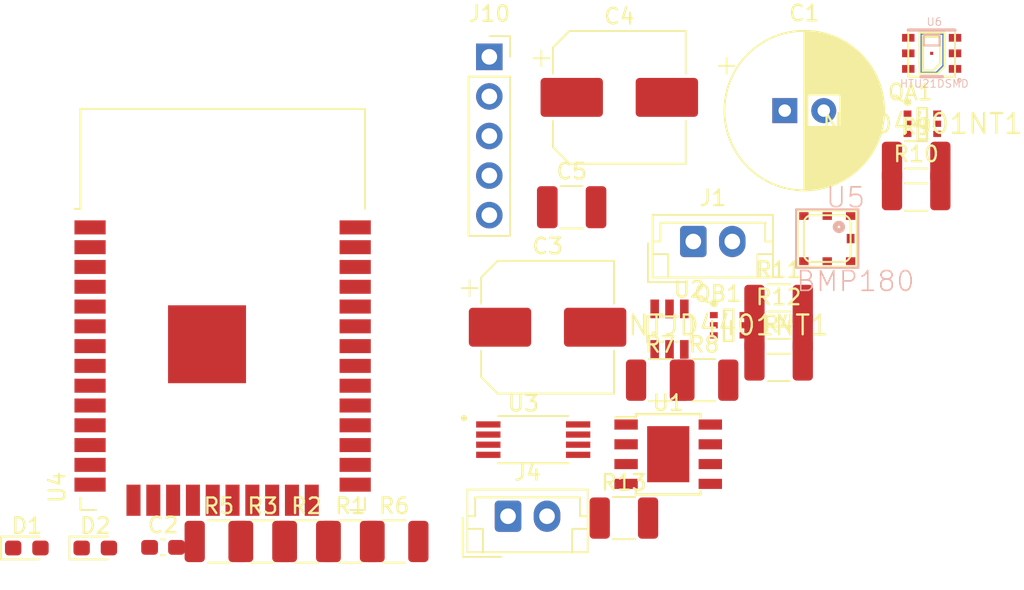
<source format=kicad_pcb>
(kicad_pcb (version 20171130) (host pcbnew "(5.1.10)-1")

  (general
    (thickness 1.6)
    (drawings 0)
    (tracks 0)
    (zones 0)
    (modules 31)
    (nets 58)
  )

  (page A4)
  (layers
    (0 F.Cu signal)
    (31 B.Cu signal)
    (32 B.Adhes user)
    (33 F.Adhes user)
    (34 B.Paste user)
    (35 F.Paste user)
    (36 B.SilkS user)
    (37 F.SilkS user)
    (38 B.Mask user)
    (39 F.Mask user)
    (40 Dwgs.User user)
    (41 Cmts.User user)
    (42 Eco1.User user)
    (43 Eco2.User user)
    (44 Edge.Cuts user)
    (45 Margin user)
    (46 B.CrtYd user)
    (47 F.CrtYd user)
    (48 B.Fab user)
    (49 F.Fab user)
  )

  (setup
    (last_trace_width 0.25)
    (trace_clearance 0.2)
    (zone_clearance 0.508)
    (zone_45_only no)
    (trace_min 0.2)
    (via_size 0.8)
    (via_drill 0.4)
    (via_min_size 0.4)
    (via_min_drill 0.3)
    (uvia_size 0.3)
    (uvia_drill 0.1)
    (uvias_allowed no)
    (uvia_min_size 0.2)
    (uvia_min_drill 0.1)
    (edge_width 0.05)
    (segment_width 0.2)
    (pcb_text_width 0.3)
    (pcb_text_size 1.5 1.5)
    (mod_edge_width 0.12)
    (mod_text_size 1 1)
    (mod_text_width 0.15)
    (pad_size 1.524 1.524)
    (pad_drill 0.762)
    (pad_to_mask_clearance 0)
    (aux_axis_origin 0 0)
    (visible_elements FFFFFF7F)
    (pcbplotparams
      (layerselection 0x010fc_ffffffff)
      (usegerberextensions false)
      (usegerberattributes true)
      (usegerberadvancedattributes true)
      (creategerberjobfile true)
      (excludeedgelayer true)
      (linewidth 0.100000)
      (plotframeref false)
      (viasonmask false)
      (mode 1)
      (useauxorigin false)
      (hpglpennumber 1)
      (hpglpenspeed 20)
      (hpglpendiameter 15.000000)
      (psnegative false)
      (psa4output false)
      (plotreference true)
      (plotvalue true)
      (plotinvisibletext false)
      (padsonsilk false)
      (subtractmaskfromsilk false)
      (outputformat 1)
      (mirror false)
      (drillshape 1)
      (scaleselection 1)
      (outputdirectory ""))
  )

  (net 0 "")
  (net 1 OUT-)
  (net 2 "Net-(C1-Pad1)")
  (net 3 SOL+)
  (net 4 BAT+)
  (net 5 BAT-)
  (net 6 "Net-(C4-Pad1)")
  (net 7 OUT+)
  (net 8 "Net-(C5-Pad1)")
  (net 9 "Net-(D1-Pad1)")
  (net 10 "Net-(D2-Pad1)")
  (net 11 "Net-(J10-Pad2)")
  (net 12 "Net-(J10-Pad1)")
  (net 13 "Net-(QA1-Pad6)")
  (net 14 "Net-(QA1-Pad1)")
  (net 15 "Net-(QB1-Pad4)")
  (net 16 "Net-(QB1-Pad3)")
  (net 17 "Net-(R1-Pad2)")
  (net 18 "Net-(R3-Pad2)")
  (net 19 "Net-(R5-Pad1)")
  (net 20 "Net-(R6-Pad1)")
  (net 21 "Net-(R7-Pad2)")
  (net 22 "Net-(R8-Pad2)")
  (net 23 "Net-(U2-Pad4)")
  (net 24 "Net-(U2-Pad3)")
  (net 25 "Net-(U2-Pad1)")
  (net 26 "Net-(U3-Pad8)")
  (net 27 "Net-(U3-Pad1)")
  (net 28 "Net-(U4-Pad37)")
  (net 29 "Net-(U4-Pad36)")
  (net 30 "Net-(U4-Pad35)")
  (net 31 "Net-(U4-Pad34)")
  (net 32 "Net-(U4-Pad33)")
  (net 33 "Net-(U4-Pad32)")
  (net 34 "Net-(U4-Pad31)")
  (net 35 "Net-(U4-Pad30)")
  (net 36 "Net-(U4-Pad29)")
  (net 37 "Net-(U4-Pad28)")
  (net 38 "Net-(U4-Pad27)")
  (net 39 "Net-(U4-Pad26)")
  (net 40 "Net-(U4-Pad25)")
  (net 41 "Net-(U4-Pad24)")
  (net 42 "Net-(U4-Pad23)")
  (net 43 "Net-(U4-Pad20)")
  (net 44 "Net-(U4-Pad19)")
  (net 45 "Net-(U4-Pad18)")
  (net 46 "Net-(U4-Pad17)")
  (net 47 "Net-(U4-Pad16)")
  (net 48 "Net-(U4-Pad14)")
  (net 49 "Net-(U4-Pad13)")
  (net 50 "Net-(U4-Pad12)")
  (net 51 "Net-(U4-Pad11)")
  (net 52 "Net-(U4-Pad10)")
  (net 53 "Net-(U4-Pad9)")
  (net 54 "Net-(U4-Pad8)")
  (net 55 "Net-(U4-Pad5)")
  (net 56 "Net-(U4-Pad4)")
  (net 57 "Net-(U6-Pad7)")

  (net_class Default "This is the default net class."
    (clearance 0.2)
    (trace_width 0.25)
    (via_dia 0.8)
    (via_drill 0.4)
    (uvia_dia 0.3)
    (uvia_drill 0.1)
    (add_net BAT+)
    (add_net BAT-)
    (add_net "Net-(C1-Pad1)")
    (add_net "Net-(C4-Pad1)")
    (add_net "Net-(C5-Pad1)")
    (add_net "Net-(D1-Pad1)")
    (add_net "Net-(D2-Pad1)")
    (add_net "Net-(J10-Pad1)")
    (add_net "Net-(J10-Pad2)")
    (add_net "Net-(QA1-Pad1)")
    (add_net "Net-(QA1-Pad6)")
    (add_net "Net-(QB1-Pad3)")
    (add_net "Net-(QB1-Pad4)")
    (add_net "Net-(R1-Pad2)")
    (add_net "Net-(R3-Pad2)")
    (add_net "Net-(R5-Pad1)")
    (add_net "Net-(R6-Pad1)")
    (add_net "Net-(R7-Pad2)")
    (add_net "Net-(R8-Pad2)")
    (add_net "Net-(U2-Pad1)")
    (add_net "Net-(U2-Pad3)")
    (add_net "Net-(U2-Pad4)")
    (add_net "Net-(U3-Pad1)")
    (add_net "Net-(U3-Pad8)")
    (add_net "Net-(U4-Pad10)")
    (add_net "Net-(U4-Pad11)")
    (add_net "Net-(U4-Pad12)")
    (add_net "Net-(U4-Pad13)")
    (add_net "Net-(U4-Pad14)")
    (add_net "Net-(U4-Pad16)")
    (add_net "Net-(U4-Pad17)")
    (add_net "Net-(U4-Pad18)")
    (add_net "Net-(U4-Pad19)")
    (add_net "Net-(U4-Pad20)")
    (add_net "Net-(U4-Pad23)")
    (add_net "Net-(U4-Pad24)")
    (add_net "Net-(U4-Pad25)")
    (add_net "Net-(U4-Pad26)")
    (add_net "Net-(U4-Pad27)")
    (add_net "Net-(U4-Pad28)")
    (add_net "Net-(U4-Pad29)")
    (add_net "Net-(U4-Pad30)")
    (add_net "Net-(U4-Pad31)")
    (add_net "Net-(U4-Pad32)")
    (add_net "Net-(U4-Pad33)")
    (add_net "Net-(U4-Pad34)")
    (add_net "Net-(U4-Pad35)")
    (add_net "Net-(U4-Pad36)")
    (add_net "Net-(U4-Pad37)")
    (add_net "Net-(U4-Pad4)")
    (add_net "Net-(U4-Pad5)")
    (add_net "Net-(U4-Pad8)")
    (add_net "Net-(U4-Pad9)")
    (add_net "Net-(U6-Pad7)")
    (add_net OUT+)
    (add_net OUT-)
    (add_net SOL+)
  )

  (module Resistor_SMD:R_1210_3225Metric_Pad1.30x2.65mm_HandSolder (layer F.Cu) (tedit 5F68FEEE) (tstamp 60E5DF4B)
    (at 153.515354 106.16)
    (descr "Resistor SMD 1210 (3225 Metric), square (rectangular) end terminal, IPC_7351 nominal with elongated pad for handsoldering. (Body size source: IPC-SM-782 page 72, https://www.pcb-3d.com/wordpress/wp-content/uploads/ipc-sm-782a_amendment_1_and_2.pdf), generated with kicad-footprint-generator")
    (tags "resistor handsolder")
    (path /61107BAD)
    (attr smd)
    (fp_text reference R13 (at 0 -2.28) (layer F.SilkS)
      (effects (font (size 1 1) (thickness 0.15)))
    )
    (fp_text value 10k (at 0 2.28) (layer F.Fab)
      (effects (font (size 1 1) (thickness 0.15)))
    )
    (fp_text user %R (at 0 0) (layer F.Fab)
      (effects (font (size 0.8 0.8) (thickness 0.12)))
    )
    (fp_line (start -1.6 1.245) (end -1.6 -1.245) (layer F.Fab) (width 0.1))
    (fp_line (start -1.6 -1.245) (end 1.6 -1.245) (layer F.Fab) (width 0.1))
    (fp_line (start 1.6 -1.245) (end 1.6 1.245) (layer F.Fab) (width 0.1))
    (fp_line (start 1.6 1.245) (end -1.6 1.245) (layer F.Fab) (width 0.1))
    (fp_line (start -0.723737 -1.355) (end 0.723737 -1.355) (layer F.SilkS) (width 0.12))
    (fp_line (start -0.723737 1.355) (end 0.723737 1.355) (layer F.SilkS) (width 0.12))
    (fp_line (start -2.45 1.58) (end -2.45 -1.58) (layer F.CrtYd) (width 0.05))
    (fp_line (start -2.45 -1.58) (end 2.45 -1.58) (layer F.CrtYd) (width 0.05))
    (fp_line (start 2.45 -1.58) (end 2.45 1.58) (layer F.CrtYd) (width 0.05))
    (fp_line (start 2.45 1.58) (end -2.45 1.58) (layer F.CrtYd) (width 0.05))
    (pad 2 smd roundrect (at 1.55 0) (size 1.3 2.65) (layers F.Cu F.Paste F.Mask) (roundrect_rratio 0.192308)
      (net 13 "Net-(QA1-Pad6)"))
    (pad 1 smd roundrect (at -1.55 0) (size 1.3 2.65) (layers F.Cu F.Paste F.Mask) (roundrect_rratio 0.192308)
      (net 7 OUT+))
    (model ${KISYS3DMOD}/Resistor_SMD.3dshapes/R_1210_3225Metric.wrl
      (at (xyz 0 0 0))
      (scale (xyz 1 1 1))
      (rotate (xyz 0 0 0))
    )
  )

  (module Resistor_SMD:R_1210_3225Metric_Pad1.30x2.65mm_HandSolder (layer F.Cu) (tedit 5F68FEEE) (tstamp 60E5DF3A)
    (at 163.435354 94.26)
    (descr "Resistor SMD 1210 (3225 Metric), square (rectangular) end terminal, IPC_7351 nominal with elongated pad for handsoldering. (Body size source: IPC-SM-782 page 72, https://www.pcb-3d.com/wordpress/wp-content/uploads/ipc-sm-782a_amendment_1_and_2.pdf), generated with kicad-footprint-generator")
    (tags "resistor handsolder")
    (path /611072D8)
    (attr smd)
    (fp_text reference R12 (at 0 -2.28) (layer F.SilkS)
      (effects (font (size 1 1) (thickness 0.15)))
    )
    (fp_text value 10k (at 0 2.28) (layer F.Fab)
      (effects (font (size 1 1) (thickness 0.15)))
    )
    (fp_text user %R (at 0 0) (layer F.Fab)
      (effects (font (size 0.8 0.8) (thickness 0.12)))
    )
    (fp_line (start -1.6 1.245) (end -1.6 -1.245) (layer F.Fab) (width 0.1))
    (fp_line (start -1.6 -1.245) (end 1.6 -1.245) (layer F.Fab) (width 0.1))
    (fp_line (start 1.6 -1.245) (end 1.6 1.245) (layer F.Fab) (width 0.1))
    (fp_line (start 1.6 1.245) (end -1.6 1.245) (layer F.Fab) (width 0.1))
    (fp_line (start -0.723737 -1.355) (end 0.723737 -1.355) (layer F.SilkS) (width 0.12))
    (fp_line (start -0.723737 1.355) (end 0.723737 1.355) (layer F.SilkS) (width 0.12))
    (fp_line (start -2.45 1.58) (end -2.45 -1.58) (layer F.CrtYd) (width 0.05))
    (fp_line (start -2.45 -1.58) (end 2.45 -1.58) (layer F.CrtYd) (width 0.05))
    (fp_line (start 2.45 -1.58) (end 2.45 1.58) (layer F.CrtYd) (width 0.05))
    (fp_line (start 2.45 1.58) (end -2.45 1.58) (layer F.CrtYd) (width 0.05))
    (pad 2 smd roundrect (at 1.55 0) (size 1.3 2.65) (layers F.Cu F.Paste F.Mask) (roundrect_rratio 0.192308)
      (net 16 "Net-(QB1-Pad3)"))
    (pad 1 smd roundrect (at -1.55 0) (size 1.3 2.65) (layers F.Cu F.Paste F.Mask) (roundrect_rratio 0.192308)
      (net 7 OUT+))
    (model ${KISYS3DMOD}/Resistor_SMD.3dshapes/R_1210_3225Metric.wrl
      (at (xyz 0 0 0))
      (scale (xyz 1 1 1))
      (rotate (xyz 0 0 0))
    )
  )

  (module Resistor_SMD:R_1210_3225Metric_Pad1.30x2.65mm_HandSolder (layer F.Cu) (tedit 5F68FEEE) (tstamp 60E5DF29)
    (at 163.435354 92.51)
    (descr "Resistor SMD 1210 (3225 Metric), square (rectangular) end terminal, IPC_7351 nominal with elongated pad for handsoldering. (Body size source: IPC-SM-782 page 72, https://www.pcb-3d.com/wordpress/wp-content/uploads/ipc-sm-782a_amendment_1_and_2.pdf), generated with kicad-footprint-generator")
    (tags "resistor handsolder")
    (path /6100DD44)
    (attr smd)
    (fp_text reference R11 (at 0 -2.28) (layer F.SilkS)
      (effects (font (size 1 1) (thickness 0.15)))
    )
    (fp_text value 10k (at 0 2.28) (layer F.Fab)
      (effects (font (size 1 1) (thickness 0.15)))
    )
    (fp_text user %R (at 0 0) (layer F.Fab)
      (effects (font (size 0.8 0.8) (thickness 0.12)))
    )
    (fp_line (start -1.6 1.245) (end -1.6 -1.245) (layer F.Fab) (width 0.1))
    (fp_line (start -1.6 -1.245) (end 1.6 -1.245) (layer F.Fab) (width 0.1))
    (fp_line (start 1.6 -1.245) (end 1.6 1.245) (layer F.Fab) (width 0.1))
    (fp_line (start 1.6 1.245) (end -1.6 1.245) (layer F.Fab) (width 0.1))
    (fp_line (start -0.723737 -1.355) (end 0.723737 -1.355) (layer F.SilkS) (width 0.12))
    (fp_line (start -0.723737 1.355) (end 0.723737 1.355) (layer F.SilkS) (width 0.12))
    (fp_line (start -2.45 1.58) (end -2.45 -1.58) (layer F.CrtYd) (width 0.05))
    (fp_line (start -2.45 -1.58) (end 2.45 -1.58) (layer F.CrtYd) (width 0.05))
    (fp_line (start 2.45 -1.58) (end 2.45 1.58) (layer F.CrtYd) (width 0.05))
    (fp_line (start 2.45 1.58) (end -2.45 1.58) (layer F.CrtYd) (width 0.05))
    (pad 2 smd roundrect (at 1.55 0) (size 1.3 2.65) (layers F.Cu F.Paste F.Mask) (roundrect_rratio 0.192308)
      (net 14 "Net-(QA1-Pad1)"))
    (pad 1 smd roundrect (at -1.55 0) (size 1.3 2.65) (layers F.Cu F.Paste F.Mask) (roundrect_rratio 0.192308)
      (net 7 OUT+))
    (model ${KISYS3DMOD}/Resistor_SMD.3dshapes/R_1210_3225Metric.wrl
      (at (xyz 0 0 0))
      (scale (xyz 1 1 1))
      (rotate (xyz 0 0 0))
    )
  )

  (module Resistor_SMD:R_1210_3225Metric_Pad1.30x2.65mm_HandSolder (layer F.Cu) (tedit 5F68FEEE) (tstamp 60E5DF18)
    (at 172.255354 85.08)
    (descr "Resistor SMD 1210 (3225 Metric), square (rectangular) end terminal, IPC_7351 nominal with elongated pad for handsoldering. (Body size source: IPC-SM-782 page 72, https://www.pcb-3d.com/wordpress/wp-content/uploads/ipc-sm-782a_amendment_1_and_2.pdf), generated with kicad-footprint-generator")
    (tags "resistor handsolder")
    (path /6100D4FD)
    (attr smd)
    (fp_text reference R10 (at 0 -2.28) (layer F.SilkS)
      (effects (font (size 1 1) (thickness 0.15)))
    )
    (fp_text value 10k (at 0 2.28) (layer F.Fab)
      (effects (font (size 1 1) (thickness 0.15)))
    )
    (fp_text user %R (at 0 0) (layer F.Fab)
      (effects (font (size 0.8 0.8) (thickness 0.12)))
    )
    (fp_line (start -1.6 1.245) (end -1.6 -1.245) (layer F.Fab) (width 0.1))
    (fp_line (start -1.6 -1.245) (end 1.6 -1.245) (layer F.Fab) (width 0.1))
    (fp_line (start 1.6 -1.245) (end 1.6 1.245) (layer F.Fab) (width 0.1))
    (fp_line (start 1.6 1.245) (end -1.6 1.245) (layer F.Fab) (width 0.1))
    (fp_line (start -0.723737 -1.355) (end 0.723737 -1.355) (layer F.SilkS) (width 0.12))
    (fp_line (start -0.723737 1.355) (end 0.723737 1.355) (layer F.SilkS) (width 0.12))
    (fp_line (start -2.45 1.58) (end -2.45 -1.58) (layer F.CrtYd) (width 0.05))
    (fp_line (start -2.45 -1.58) (end 2.45 -1.58) (layer F.CrtYd) (width 0.05))
    (fp_line (start 2.45 -1.58) (end 2.45 1.58) (layer F.CrtYd) (width 0.05))
    (fp_line (start 2.45 1.58) (end -2.45 1.58) (layer F.CrtYd) (width 0.05))
    (pad 2 smd roundrect (at 1.55 0) (size 1.3 2.65) (layers F.Cu F.Paste F.Mask) (roundrect_rratio 0.192308)
      (net 15 "Net-(QB1-Pad4)"))
    (pad 1 smd roundrect (at -1.55 0) (size 1.3 2.65) (layers F.Cu F.Paste F.Mask) (roundrect_rratio 0.192308)
      (net 7 OUT+))
    (model ${KISYS3DMOD}/Resistor_SMD.3dshapes/R_1210_3225Metric.wrl
      (at (xyz 0 0 0))
      (scale (xyz 1 1 1))
      (rotate (xyz 0 0 0))
    )
  )

  (module Resistor_SMD:R_1210_3225Metric_Pad1.30x2.65mm_HandSolder (layer F.Cu) (tedit 5F68FEEE) (tstamp 60E5DF07)
    (at 172.255354 83.33)
    (descr "Resistor SMD 1210 (3225 Metric), square (rectangular) end terminal, IPC_7351 nominal with elongated pad for handsoldering. (Body size source: IPC-SM-782 page 72, https://www.pcb-3d.com/wordpress/wp-content/uploads/ipc-sm-782a_amendment_1_and_2.pdf), generated with kicad-footprint-generator")
    (tags "resistor handsolder")
    (path /60E5C15B)
    (attr smd)
    (fp_text reference R9 (at 0 -2.28) (layer F.SilkS)
      (effects (font (size 1 1) (thickness 0.15)))
    )
    (fp_text value 100 (at 0 2.28) (layer F.Fab)
      (effects (font (size 1 1) (thickness 0.15)))
    )
    (fp_text user %R (at 0 0) (layer F.Fab)
      (effects (font (size 0.8 0.8) (thickness 0.12)))
    )
    (fp_line (start -1.6 1.245) (end -1.6 -1.245) (layer F.Fab) (width 0.1))
    (fp_line (start -1.6 -1.245) (end 1.6 -1.245) (layer F.Fab) (width 0.1))
    (fp_line (start 1.6 -1.245) (end 1.6 1.245) (layer F.Fab) (width 0.1))
    (fp_line (start 1.6 1.245) (end -1.6 1.245) (layer F.Fab) (width 0.1))
    (fp_line (start -0.723737 -1.355) (end 0.723737 -1.355) (layer F.SilkS) (width 0.12))
    (fp_line (start -0.723737 1.355) (end 0.723737 1.355) (layer F.SilkS) (width 0.12))
    (fp_line (start -2.45 1.58) (end -2.45 -1.58) (layer F.CrtYd) (width 0.05))
    (fp_line (start -2.45 -1.58) (end 2.45 -1.58) (layer F.CrtYd) (width 0.05))
    (fp_line (start 2.45 -1.58) (end 2.45 1.58) (layer F.CrtYd) (width 0.05))
    (fp_line (start 2.45 1.58) (end -2.45 1.58) (layer F.CrtYd) (width 0.05))
    (pad 2 smd roundrect (at 1.55 0) (size 1.3 2.65) (layers F.Cu F.Paste F.Mask) (roundrect_rratio 0.192308)
      (net 6 "Net-(C4-Pad1)"))
    (pad 1 smd roundrect (at -1.55 0) (size 1.3 2.65) (layers F.Cu F.Paste F.Mask) (roundrect_rratio 0.192308)
      (net 4 BAT+))
    (model ${KISYS3DMOD}/Resistor_SMD.3dshapes/R_1210_3225Metric.wrl
      (at (xyz 0 0 0))
      (scale (xyz 1 1 1))
      (rotate (xyz 0 0 0))
    )
  )

  (module Resistor_SMD:R_1210_3225Metric_Pad1.30x2.65mm_HandSolder (layer F.Cu) (tedit 5F68FEEE) (tstamp 60E5DEF6)
    (at 158.655354 97.31)
    (descr "Resistor SMD 1210 (3225 Metric), square (rectangular) end terminal, IPC_7351 nominal with elongated pad for handsoldering. (Body size source: IPC-SM-782 page 72, https://www.pcb-3d.com/wordpress/wp-content/uploads/ipc-sm-782a_amendment_1_and_2.pdf), generated with kicad-footprint-generator")
    (tags "resistor handsolder")
    (path /60E5C14F)
    (attr smd)
    (fp_text reference R8 (at 0 -2.28) (layer F.SilkS)
      (effects (font (size 1 1) (thickness 0.15)))
    )
    (fp_text value 1k (at 0 2.28) (layer F.Fab)
      (effects (font (size 1 1) (thickness 0.15)))
    )
    (fp_text user %R (at 0 0) (layer F.Fab)
      (effects (font (size 0.8 0.8) (thickness 0.12)))
    )
    (fp_line (start -1.6 1.245) (end -1.6 -1.245) (layer F.Fab) (width 0.1))
    (fp_line (start -1.6 -1.245) (end 1.6 -1.245) (layer F.Fab) (width 0.1))
    (fp_line (start 1.6 -1.245) (end 1.6 1.245) (layer F.Fab) (width 0.1))
    (fp_line (start 1.6 1.245) (end -1.6 1.245) (layer F.Fab) (width 0.1))
    (fp_line (start -0.723737 -1.355) (end 0.723737 -1.355) (layer F.SilkS) (width 0.12))
    (fp_line (start -0.723737 1.355) (end 0.723737 1.355) (layer F.SilkS) (width 0.12))
    (fp_line (start -2.45 1.58) (end -2.45 -1.58) (layer F.CrtYd) (width 0.05))
    (fp_line (start -2.45 -1.58) (end 2.45 -1.58) (layer F.CrtYd) (width 0.05))
    (fp_line (start 2.45 -1.58) (end 2.45 1.58) (layer F.CrtYd) (width 0.05))
    (fp_line (start 2.45 1.58) (end -2.45 1.58) (layer F.CrtYd) (width 0.05))
    (pad 2 smd roundrect (at 1.55 0) (size 1.3 2.65) (layers F.Cu F.Paste F.Mask) (roundrect_rratio 0.192308)
      (net 22 "Net-(R8-Pad2)"))
    (pad 1 smd roundrect (at -1.55 0) (size 1.3 2.65) (layers F.Cu F.Paste F.Mask) (roundrect_rratio 0.192308)
      (net 1 OUT-))
    (model ${KISYS3DMOD}/Resistor_SMD.3dshapes/R_1210_3225Metric.wrl
      (at (xyz 0 0 0))
      (scale (xyz 1 1 1))
      (rotate (xyz 0 0 0))
    )
  )

  (module Resistor_SMD:R_1210_3225Metric_Pad1.30x2.65mm_HandSolder (layer F.Cu) (tedit 5F68FEEE) (tstamp 60E5DEE5)
    (at 155.845354 97.31)
    (descr "Resistor SMD 1210 (3225 Metric), square (rectangular) end terminal, IPC_7351 nominal with elongated pad for handsoldering. (Body size source: IPC-SM-782 page 72, https://www.pcb-3d.com/wordpress/wp-content/uploads/ipc-sm-782a_amendment_1_and_2.pdf), generated with kicad-footprint-generator")
    (tags "resistor handsolder")
    (path /60E5C145)
    (attr smd)
    (fp_text reference R7 (at 0 -2.28) (layer F.SilkS)
      (effects (font (size 1 1) (thickness 0.15)))
    )
    (fp_text value 10k (at 0 2.28) (layer F.Fab)
      (effects (font (size 1 1) (thickness 0.15)))
    )
    (fp_text user %R (at 0 0) (layer F.Fab)
      (effects (font (size 0.8 0.8) (thickness 0.12)))
    )
    (fp_line (start -1.6 1.245) (end -1.6 -1.245) (layer F.Fab) (width 0.1))
    (fp_line (start -1.6 -1.245) (end 1.6 -1.245) (layer F.Fab) (width 0.1))
    (fp_line (start 1.6 -1.245) (end 1.6 1.245) (layer F.Fab) (width 0.1))
    (fp_line (start 1.6 1.245) (end -1.6 1.245) (layer F.Fab) (width 0.1))
    (fp_line (start -0.723737 -1.355) (end 0.723737 -1.355) (layer F.SilkS) (width 0.12))
    (fp_line (start -0.723737 1.355) (end 0.723737 1.355) (layer F.SilkS) (width 0.12))
    (fp_line (start -2.45 1.58) (end -2.45 -1.58) (layer F.CrtYd) (width 0.05))
    (fp_line (start -2.45 -1.58) (end 2.45 -1.58) (layer F.CrtYd) (width 0.05))
    (fp_line (start 2.45 -1.58) (end 2.45 1.58) (layer F.CrtYd) (width 0.05))
    (fp_line (start 2.45 1.58) (end -2.45 1.58) (layer F.CrtYd) (width 0.05))
    (pad 2 smd roundrect (at 1.55 0) (size 1.3 2.65) (layers F.Cu F.Paste F.Mask) (roundrect_rratio 0.192308)
      (net 21 "Net-(R7-Pad2)"))
    (pad 1 smd roundrect (at -1.55 0) (size 1.3 2.65) (layers F.Cu F.Paste F.Mask) (roundrect_rratio 0.192308)
      (net 1 OUT-))
    (model ${KISYS3DMOD}/Resistor_SMD.3dshapes/R_1210_3225Metric.wrl
      (at (xyz 0 0 0))
      (scale (xyz 1 1 1))
      (rotate (xyz 0 0 0))
    )
  )

  (module Resistor_SMD:R_1210_3225Metric_Pad1.30x2.65mm_HandSolder (layer F.Cu) (tedit 5F68FEEE) (tstamp 60E5DED4)
    (at 138.785354 107.66)
    (descr "Resistor SMD 1210 (3225 Metric), square (rectangular) end terminal, IPC_7351 nominal with elongated pad for handsoldering. (Body size source: IPC-SM-782 page 72, https://www.pcb-3d.com/wordpress/wp-content/uploads/ipc-sm-782a_amendment_1_and_2.pdf), generated with kicad-footprint-generator")
    (tags "resistor handsolder")
    (path /60E5C139)
    (attr smd)
    (fp_text reference R6 (at 0 -2.28) (layer F.SilkS)
      (effects (font (size 1 1) (thickness 0.15)))
    )
    (fp_text value 1k (at 0 2.28) (layer F.Fab)
      (effects (font (size 1 1) (thickness 0.15)))
    )
    (fp_text user %R (at 0 0) (layer F.Fab)
      (effects (font (size 0.8 0.8) (thickness 0.12)))
    )
    (fp_line (start -1.6 1.245) (end -1.6 -1.245) (layer F.Fab) (width 0.1))
    (fp_line (start -1.6 -1.245) (end 1.6 -1.245) (layer F.Fab) (width 0.1))
    (fp_line (start 1.6 -1.245) (end 1.6 1.245) (layer F.Fab) (width 0.1))
    (fp_line (start 1.6 1.245) (end -1.6 1.245) (layer F.Fab) (width 0.1))
    (fp_line (start -0.723737 -1.355) (end 0.723737 -1.355) (layer F.SilkS) (width 0.12))
    (fp_line (start -0.723737 1.355) (end 0.723737 1.355) (layer F.SilkS) (width 0.12))
    (fp_line (start -2.45 1.58) (end -2.45 -1.58) (layer F.CrtYd) (width 0.05))
    (fp_line (start -2.45 -1.58) (end 2.45 -1.58) (layer F.CrtYd) (width 0.05))
    (fp_line (start 2.45 -1.58) (end 2.45 1.58) (layer F.CrtYd) (width 0.05))
    (fp_line (start 2.45 1.58) (end -2.45 1.58) (layer F.CrtYd) (width 0.05))
    (pad 2 smd roundrect (at 1.55 0) (size 1.3 2.65) (layers F.Cu F.Paste F.Mask) (roundrect_rratio 0.192308)
      (net 10 "Net-(D2-Pad1)"))
    (pad 1 smd roundrect (at -1.55 0) (size 1.3 2.65) (layers F.Cu F.Paste F.Mask) (roundrect_rratio 0.192308)
      (net 20 "Net-(R6-Pad1)"))
    (model ${KISYS3DMOD}/Resistor_SMD.3dshapes/R_1210_3225Metric.wrl
      (at (xyz 0 0 0))
      (scale (xyz 1 1 1))
      (rotate (xyz 0 0 0))
    )
  )

  (module Resistor_SMD:R_1210_3225Metric_Pad1.30x2.65mm_HandSolder (layer F.Cu) (tedit 5F68FEEE) (tstamp 60E5DEC3)
    (at 127.545354 107.66)
    (descr "Resistor SMD 1210 (3225 Metric), square (rectangular) end terminal, IPC_7351 nominal with elongated pad for handsoldering. (Body size source: IPC-SM-782 page 72, https://www.pcb-3d.com/wordpress/wp-content/uploads/ipc-sm-782a_amendment_1_and_2.pdf), generated with kicad-footprint-generator")
    (tags "resistor handsolder")
    (path /60E5C127)
    (attr smd)
    (fp_text reference R5 (at 0 -2.28) (layer F.SilkS)
      (effects (font (size 1 1) (thickness 0.15)))
    )
    (fp_text value 1k (at 0 2.28) (layer F.Fab)
      (effects (font (size 1 1) (thickness 0.15)))
    )
    (fp_text user %R (at 0 0) (layer F.Fab)
      (effects (font (size 0.8 0.8) (thickness 0.12)))
    )
    (fp_line (start -1.6 1.245) (end -1.6 -1.245) (layer F.Fab) (width 0.1))
    (fp_line (start -1.6 -1.245) (end 1.6 -1.245) (layer F.Fab) (width 0.1))
    (fp_line (start 1.6 -1.245) (end 1.6 1.245) (layer F.Fab) (width 0.1))
    (fp_line (start 1.6 1.245) (end -1.6 1.245) (layer F.Fab) (width 0.1))
    (fp_line (start -0.723737 -1.355) (end 0.723737 -1.355) (layer F.SilkS) (width 0.12))
    (fp_line (start -0.723737 1.355) (end 0.723737 1.355) (layer F.SilkS) (width 0.12))
    (fp_line (start -2.45 1.58) (end -2.45 -1.58) (layer F.CrtYd) (width 0.05))
    (fp_line (start -2.45 -1.58) (end 2.45 -1.58) (layer F.CrtYd) (width 0.05))
    (fp_line (start 2.45 -1.58) (end 2.45 1.58) (layer F.CrtYd) (width 0.05))
    (fp_line (start 2.45 1.58) (end -2.45 1.58) (layer F.CrtYd) (width 0.05))
    (pad 2 smd roundrect (at 1.55 0) (size 1.3 2.65) (layers F.Cu F.Paste F.Mask) (roundrect_rratio 0.192308)
      (net 9 "Net-(D1-Pad1)"))
    (pad 1 smd roundrect (at -1.55 0) (size 1.3 2.65) (layers F.Cu F.Paste F.Mask) (roundrect_rratio 0.192308)
      (net 19 "Net-(R5-Pad1)"))
    (model ${KISYS3DMOD}/Resistor_SMD.3dshapes/R_1210_3225Metric.wrl
      (at (xyz 0 0 0))
      (scale (xyz 1 1 1))
      (rotate (xyz 0 0 0))
    )
  )

  (module Resistor_SMD:R_1210_3225Metric_Pad1.30x2.65mm_HandSolder (layer F.Cu) (tedit 5F68FEEE) (tstamp 60E5DEB2)
    (at 163.435354 96.01)
    (descr "Resistor SMD 1210 (3225 Metric), square (rectangular) end terminal, IPC_7351 nominal with elongated pad for handsoldering. (Body size source: IPC-SM-782 page 72, https://www.pcb-3d.com/wordpress/wp-content/uploads/ipc-sm-782a_amendment_1_and_2.pdf), generated with kicad-footprint-generator")
    (tags "resistor handsolder")
    (path /60EA754F)
    (attr smd)
    (fp_text reference R4 (at 0 -2.28) (layer F.SilkS)
      (effects (font (size 1 1) (thickness 0.15)))
    )
    (fp_text value 10k (at 0 2.28) (layer F.Fab)
      (effects (font (size 1 1) (thickness 0.15)))
    )
    (fp_text user %R (at 0 0) (layer F.Fab)
      (effects (font (size 0.8 0.8) (thickness 0.12)))
    )
    (fp_line (start -1.6 1.245) (end -1.6 -1.245) (layer F.Fab) (width 0.1))
    (fp_line (start -1.6 -1.245) (end 1.6 -1.245) (layer F.Fab) (width 0.1))
    (fp_line (start 1.6 -1.245) (end 1.6 1.245) (layer F.Fab) (width 0.1))
    (fp_line (start 1.6 1.245) (end -1.6 1.245) (layer F.Fab) (width 0.1))
    (fp_line (start -0.723737 -1.355) (end 0.723737 -1.355) (layer F.SilkS) (width 0.12))
    (fp_line (start -0.723737 1.355) (end 0.723737 1.355) (layer F.SilkS) (width 0.12))
    (fp_line (start -2.45 1.58) (end -2.45 -1.58) (layer F.CrtYd) (width 0.05))
    (fp_line (start -2.45 -1.58) (end 2.45 -1.58) (layer F.CrtYd) (width 0.05))
    (fp_line (start 2.45 -1.58) (end 2.45 1.58) (layer F.CrtYd) (width 0.05))
    (fp_line (start 2.45 1.58) (end -2.45 1.58) (layer F.CrtYd) (width 0.05))
    (pad 2 smd roundrect (at 1.55 0) (size 1.3 2.65) (layers F.Cu F.Paste F.Mask) (roundrect_rratio 0.192308)
      (net 1 OUT-))
    (pad 1 smd roundrect (at -1.55 0) (size 1.3 2.65) (layers F.Cu F.Paste F.Mask) (roundrect_rratio 0.192308)
      (net 18 "Net-(R3-Pad2)"))
    (model ${KISYS3DMOD}/Resistor_SMD.3dshapes/R_1210_3225Metric.wrl
      (at (xyz 0 0 0))
      (scale (xyz 1 1 1))
      (rotate (xyz 0 0 0))
    )
  )

  (module Resistor_SMD:R_1210_3225Metric_Pad1.30x2.65mm_HandSolder (layer F.Cu) (tedit 5F68FEEE) (tstamp 60E5DEA1)
    (at 130.355354 107.66)
    (descr "Resistor SMD 1210 (3225 Metric), square (rectangular) end terminal, IPC_7351 nominal with elongated pad for handsoldering. (Body size source: IPC-SM-782 page 72, https://www.pcb-3d.com/wordpress/wp-content/uploads/ipc-sm-782a_amendment_1_and_2.pdf), generated with kicad-footprint-generator")
    (tags "resistor handsolder")
    (path /60EA6DD9)
    (attr smd)
    (fp_text reference R3 (at 0 -2.28) (layer F.SilkS)
      (effects (font (size 1 1) (thickness 0.15)))
    )
    (fp_text value 10k (at 0 2.28) (layer F.Fab)
      (effects (font (size 1 1) (thickness 0.15)))
    )
    (fp_text user %R (at 0 0) (layer F.Fab)
      (effects (font (size 0.8 0.8) (thickness 0.12)))
    )
    (fp_line (start -1.6 1.245) (end -1.6 -1.245) (layer F.Fab) (width 0.1))
    (fp_line (start -1.6 -1.245) (end 1.6 -1.245) (layer F.Fab) (width 0.1))
    (fp_line (start 1.6 -1.245) (end 1.6 1.245) (layer F.Fab) (width 0.1))
    (fp_line (start 1.6 1.245) (end -1.6 1.245) (layer F.Fab) (width 0.1))
    (fp_line (start -0.723737 -1.355) (end 0.723737 -1.355) (layer F.SilkS) (width 0.12))
    (fp_line (start -0.723737 1.355) (end 0.723737 1.355) (layer F.SilkS) (width 0.12))
    (fp_line (start -2.45 1.58) (end -2.45 -1.58) (layer F.CrtYd) (width 0.05))
    (fp_line (start -2.45 -1.58) (end 2.45 -1.58) (layer F.CrtYd) (width 0.05))
    (fp_line (start 2.45 -1.58) (end 2.45 1.58) (layer F.CrtYd) (width 0.05))
    (fp_line (start 2.45 1.58) (end -2.45 1.58) (layer F.CrtYd) (width 0.05))
    (pad 2 smd roundrect (at 1.55 0) (size 1.3 2.65) (layers F.Cu F.Paste F.Mask) (roundrect_rratio 0.192308)
      (net 18 "Net-(R3-Pad2)"))
    (pad 1 smd roundrect (at -1.55 0) (size 1.3 2.65) (layers F.Cu F.Paste F.Mask) (roundrect_rratio 0.192308)
      (net 3 SOL+))
    (model ${KISYS3DMOD}/Resistor_SMD.3dshapes/R_1210_3225Metric.wrl
      (at (xyz 0 0 0))
      (scale (xyz 1 1 1))
      (rotate (xyz 0 0 0))
    )
  )

  (module Resistor_SMD:R_1210_3225Metric_Pad1.30x2.65mm_HandSolder (layer F.Cu) (tedit 5F68FEEE) (tstamp 60E5DE90)
    (at 133.165354 107.66)
    (descr "Resistor SMD 1210 (3225 Metric), square (rectangular) end terminal, IPC_7351 nominal with elongated pad for handsoldering. (Body size source: IPC-SM-782 page 72, https://www.pcb-3d.com/wordpress/wp-content/uploads/ipc-sm-782a_amendment_1_and_2.pdf), generated with kicad-footprint-generator")
    (tags "resistor handsolder")
    (path /60EA66E0)
    (attr smd)
    (fp_text reference R2 (at 0 -2.28) (layer F.SilkS)
      (effects (font (size 1 1) (thickness 0.15)))
    )
    (fp_text value 10k (at 0 2.28) (layer F.Fab)
      (effects (font (size 1 1) (thickness 0.15)))
    )
    (fp_text user %R (at 0 0) (layer F.Fab)
      (effects (font (size 0.8 0.8) (thickness 0.12)))
    )
    (fp_line (start -1.6 1.245) (end -1.6 -1.245) (layer F.Fab) (width 0.1))
    (fp_line (start -1.6 -1.245) (end 1.6 -1.245) (layer F.Fab) (width 0.1))
    (fp_line (start 1.6 -1.245) (end 1.6 1.245) (layer F.Fab) (width 0.1))
    (fp_line (start 1.6 1.245) (end -1.6 1.245) (layer F.Fab) (width 0.1))
    (fp_line (start -0.723737 -1.355) (end 0.723737 -1.355) (layer F.SilkS) (width 0.12))
    (fp_line (start -0.723737 1.355) (end 0.723737 1.355) (layer F.SilkS) (width 0.12))
    (fp_line (start -2.45 1.58) (end -2.45 -1.58) (layer F.CrtYd) (width 0.05))
    (fp_line (start -2.45 -1.58) (end 2.45 -1.58) (layer F.CrtYd) (width 0.05))
    (fp_line (start 2.45 -1.58) (end 2.45 1.58) (layer F.CrtYd) (width 0.05))
    (fp_line (start 2.45 1.58) (end -2.45 1.58) (layer F.CrtYd) (width 0.05))
    (pad 2 smd roundrect (at 1.55 0) (size 1.3 2.65) (layers F.Cu F.Paste F.Mask) (roundrect_rratio 0.192308)
      (net 5 BAT-))
    (pad 1 smd roundrect (at -1.55 0) (size 1.3 2.65) (layers F.Cu F.Paste F.Mask) (roundrect_rratio 0.192308)
      (net 17 "Net-(R1-Pad2)"))
    (model ${KISYS3DMOD}/Resistor_SMD.3dshapes/R_1210_3225Metric.wrl
      (at (xyz 0 0 0))
      (scale (xyz 1 1 1))
      (rotate (xyz 0 0 0))
    )
  )

  (module Resistor_SMD:R_1210_3225Metric_Pad1.30x2.65mm_HandSolder (layer F.Cu) (tedit 5F68FEEE) (tstamp 60E5DE7F)
    (at 135.975354 107.66)
    (descr "Resistor SMD 1210 (3225 Metric), square (rectangular) end terminal, IPC_7351 nominal with elongated pad for handsoldering. (Body size source: IPC-SM-782 page 72, https://www.pcb-3d.com/wordpress/wp-content/uploads/ipc-sm-782a_amendment_1_and_2.pdf), generated with kicad-footprint-generator")
    (tags "resistor handsolder")
    (path /60EA5E5A)
    (attr smd)
    (fp_text reference R1 (at 0 -2.28) (layer F.SilkS)
      (effects (font (size 1 1) (thickness 0.15)))
    )
    (fp_text value 10k (at 0 2.28) (layer F.Fab)
      (effects (font (size 1 1) (thickness 0.15)))
    )
    (fp_text user %R (at 0 0) (layer F.Fab)
      (effects (font (size 0.8 0.8) (thickness 0.12)))
    )
    (fp_line (start -1.6 1.245) (end -1.6 -1.245) (layer F.Fab) (width 0.1))
    (fp_line (start -1.6 -1.245) (end 1.6 -1.245) (layer F.Fab) (width 0.1))
    (fp_line (start 1.6 -1.245) (end 1.6 1.245) (layer F.Fab) (width 0.1))
    (fp_line (start 1.6 1.245) (end -1.6 1.245) (layer F.Fab) (width 0.1))
    (fp_line (start -0.723737 -1.355) (end 0.723737 -1.355) (layer F.SilkS) (width 0.12))
    (fp_line (start -0.723737 1.355) (end 0.723737 1.355) (layer F.SilkS) (width 0.12))
    (fp_line (start -2.45 1.58) (end -2.45 -1.58) (layer F.CrtYd) (width 0.05))
    (fp_line (start -2.45 -1.58) (end 2.45 -1.58) (layer F.CrtYd) (width 0.05))
    (fp_line (start 2.45 -1.58) (end 2.45 1.58) (layer F.CrtYd) (width 0.05))
    (fp_line (start 2.45 1.58) (end -2.45 1.58) (layer F.CrtYd) (width 0.05))
    (pad 2 smd roundrect (at 1.55 0) (size 1.3 2.65) (layers F.Cu F.Paste F.Mask) (roundrect_rratio 0.192308)
      (net 17 "Net-(R1-Pad2)"))
    (pad 1 smd roundrect (at -1.55 0) (size 1.3 2.65) (layers F.Cu F.Paste F.Mask) (roundrect_rratio 0.192308)
      (net 4 BAT+))
    (model ${KISYS3DMOD}/Resistor_SMD.3dshapes/R_1210_3225Metric.wrl
      (at (xyz 0 0 0))
      (scale (xyz 1 1 1))
      (rotate (xyz 0 0 0))
    )
  )

  (module SparkFun-Sensors:HTU21D (layer F.Cu) (tedit 200000) (tstamp 60E5E053)
    (at 173.247733 76.3352)
    (descr "DESCRIPTION: HTU21D IS A VERY SMALL, LOW COST, I2C DIGITAL HUMIDITY AND TEMPERATURE SENSOR.")
    (tags "DESCRIPTION: HTU21D IS A VERY SMALL, LOW COST, I2C DIGITAL HUMIDITY AND TEMPERATURE SENSOR.")
    (path /60FFE29D)
    (attr smd)
    (fp_text reference U6 (at 0.17272 -2.02438) (layer B.SilkS)
      (effects (font (size 0.49784 0.49784) (thickness 0.0508)))
    )
    (fp_text value HTU21DSMD (at 0.17272 1.94818) (layer B.SilkS)
      (effects (font (size 0.49784 0.49784) (thickness 0.0508)))
    )
    (fp_line (start 1.4986 -1.4986) (end 1.4986 1.4986) (layer F.SilkS) (width 0.127))
    (fp_line (start 1.4986 1.4986) (end -1.4986 1.4986) (layer F.SilkS) (width 0.127))
    (fp_line (start -1.4986 -1.4986) (end -1.4986 1.4986) (layer F.SilkS) (width 0.127))
    (fp_line (start 1.4986 -1.4986) (end -1.4986 -1.4986) (layer F.SilkS) (width 0.127))
    (fp_line (start -1.4986 -1.4986) (end 1.4986 -1.4986) (layer B.SilkS) (width 0.2032))
    (fp_line (start -0.6985 1.4986) (end 0.6985 1.4986) (layer B.SilkS) (width 0.2032))
    (fp_line (start -0.49784 -1.19888) (end 0.49784 -1.19888) (layer F.SilkS) (width 0.127))
    (fp_line (start 0.49784 -1.19888) (end 0.49784 -0.49784) (layer F.SilkS) (width 0.127))
    (fp_line (start 0.49784 -0.49784) (end -0.49784 -0.49784) (layer F.SilkS) (width 0.127))
    (fp_line (start -0.49784 -0.49784) (end -0.49784 -1.19888) (layer F.SilkS) (width 0.127))
    (fp_line (start -0.508 -0.508) (end 0.508 -0.508) (layer B.SilkS) (width 0.127))
    (fp_line (start 0.508 -0.508) (end 0.508 -1.1938) (layer B.SilkS) (width 0.127))
    (fp_line (start 0.508 -1.1938) (end -0.508 -1.1938) (layer B.SilkS) (width 0.127))
    (fp_line (start -0.508 -1.1938) (end -0.508 -0.508) (layer B.SilkS) (width 0.127))
    (fp_line (start -0.6985 -1.24968) (end 0.7493 -1.24968) (layer B.Cu) (width 0.127))
    (fp_line (start 0.7493 -1.24968) (end 0.7493 0.79756) (layer B.Cu) (width 0.127))
    (fp_line (start 0.7493 0.79756) (end 0.29972 1.24968) (layer B.Cu) (width 0.127))
    (fp_line (start 0.29972 1.24968) (end -0.6985 1.24968) (layer B.Cu) (width 0.127))
    (fp_line (start -0.6985 1.24968) (end -0.6985 -1.24968) (layer B.Cu) (width 0.127))
    (fp_line (start -0.54864 -1.04902) (end 0.54864 -1.04902) (layer F.SilkS) (width 0.127))
    (fp_line (start 0.54864 -1.04902) (end 0.54864 0.6477) (layer F.SilkS) (width 0.127))
    (fp_line (start 0.54864 0.6477) (end 0.09906 1.09982) (layer F.SilkS) (width 0.127))
    (fp_line (start 0.09906 1.09982) (end -0.54864 1.09982) (layer F.SilkS) (width 0.127))
    (fp_line (start -0.54864 1.09982) (end -0.54864 -1.04902) (layer F.SilkS) (width 0.127))
    (fp_line (start -0.7747 -1.32334) (end -0.7747 1.29794) (layer F.SilkS) (width 0.127))
    (fp_line (start -0.7747 1.29794) (end 0.37338 1.29794) (layer F.SilkS) (width 0.127))
    (fp_line (start 0.37338 1.29794) (end 0.82296 0.84836) (layer F.SilkS) (width 0.127))
    (fp_line (start 0.82296 0.84836) (end 0.82296 -1.32334) (layer F.SilkS) (width 0.127))
    (fp_line (start 0.82296 -1.32334) (end -0.7747 -1.32334) (layer F.SilkS) (width 0.127))
    (fp_circle (center 1.778 1.7272) (end 1.85674 1.80594) (layer B.SilkS) (width 0.0635))
    (pad VDD smd rect (at -1.4986 0 270) (size 0.49784 0.79756) (layers F.Cu F.Paste F.Mask)
      (net 7 OUT+))
    (pad SCK smd rect (at -1.4986 0.99822 270) (size 0.49784 0.79756) (layers F.Cu F.Paste F.Mask)
      (net 14 "Net-(QA1-Pad1)"))
    (pad NC@6 smd rect (at 1.4986 -0.99822 270) (size 0.49784 0.79756) (layers F.Cu F.Paste F.Mask))
    (pad NC@1 smd rect (at -1.4986 -0.99822 270) (size 0.49784 0.79756) (layers F.Cu F.Paste F.Mask))
    (pad GND smd rect (at 1.4986 0 270) (size 0.49784 0.79756) (layers F.Cu F.Paste F.Mask)
      (net 8 "Net-(C5-Pad1)"))
    (pad DATA smd rect (at 1.4986 0.99822 270) (size 0.49784 0.79756) (layers F.Cu F.Paste F.Mask)
      (net 15 "Net-(QB1-Pad4)"))
    (pad 7 smd rect (at 0 0) (size 0.19812 0.19812) (layers F.Cu F.Paste F.Mask)
      (net 57 "Net-(U6-Pad7)"))
  )

  (module SparkFun-Sensors:BMP180 (layer F.Cu) (tedit 200000) (tstamp 60E5E02A)
    (at 166.552834 88.22302)
    (path /60F8AB15)
    (attr smd)
    (fp_text reference U5 (at 1.17348 -2.63398) (layer B.SilkS)
      (effects (font (size 1.27 1.27) (thickness 0.1016)))
    )
    (fp_text value BMP180 (at 1.80848 2.73812) (layer B.SilkS)
      (effects (font (size 1.27 1.27) (thickness 0.1016)))
    )
    (fp_arc (start -0.99822 -0.99822) (end -1.4986 -0.99822) (angle 90) (layer F.SilkS) (width 0.127))
    (fp_arc (start 0.99822 -0.99822) (end 0.99822 -1.4986) (angle 90) (layer F.SilkS) (width 0.127))
    (fp_arc (start 0.99822 0.99822) (end 1.4986 0.99822) (angle 90) (layer F.SilkS) (width 0.127))
    (fp_arc (start -0.99822 0.99822) (end -0.99822 1.4986) (angle 90) (layer F.SilkS) (width 0.127))
    (fp_line (start -1.89992 -1.79832) (end -1.89992 1.79832) (layer F.SilkS) (width 0.127))
    (fp_line (start -1.89992 1.79832) (end 1.89992 1.79832) (layer F.SilkS) (width 0.127))
    (fp_line (start 1.89992 1.79832) (end 1.89992 -1.79832) (layer F.SilkS) (width 0.127))
    (fp_line (start 1.89992 -1.79832) (end -1.89992 -1.79832) (layer F.SilkS) (width 0.127))
    (fp_line (start -1.4986 -0.99822) (end -1.4986 0.99822) (layer F.SilkS) (width 0.127))
    (fp_line (start -0.99822 1.4986) (end 0.99822 1.4986) (layer F.SilkS) (width 0.127))
    (fp_line (start 1.4986 0.99822) (end 1.4986 -0.99822) (layer F.SilkS) (width 0.127))
    (fp_line (start 0.99822 -1.4986) (end -0.99822 -1.4986) (layer F.SilkS) (width 0.127))
    (fp_line (start -1.99898 -1.87452) (end -1.99898 1.87452) (layer B.SilkS) (width 0.127))
    (fp_line (start -1.99898 1.87452) (end 1.99898 1.87452) (layer B.SilkS) (width 0.127))
    (fp_line (start 1.99898 1.87452) (end 1.99898 -1.87452) (layer B.SilkS) (width 0.127))
    (fp_line (start 1.99898 -1.87452) (end -1.99898 -1.87452) (layer B.SilkS) (width 0.127))
    (fp_circle (center 0.7493 -0.7493) (end 0.81026 -0.81026) (layer B.SilkS) (width 0.3048))
    (fp_circle (center 0.7493 -0.7493) (end 0.81026 -0.81026) (layer B.SilkS) (width 0.3048))
    (fp_circle (center 0.7493 -0.7493) (end 0.81026 -0.81026) (layer F.SilkS) (width 0.3048))
    (pad 7 smd rect (at 1.4986 0 180) (size 0.49784 0.59944) (layers F.Cu F.Paste F.Mask)
      (net 8 "Net-(C5-Pad1)"))
    (pad 6 smd rect (at 1.4986 1.4478 90) (size 0.49784 0.59944) (layers F.Cu F.Paste F.Mask)
      (net 16 "Net-(QB1-Pad3)"))
    (pad 5 smd rect (at 0 1.4478 90) (size 0.49784 0.59944) (layers F.Cu F.Paste F.Mask)
      (net 13 "Net-(QA1-Pad6)"))
    (pad 4 smd rect (at -1.4986 1.4478 90) (size 0.49784 0.59944) (layers F.Cu F.Paste F.Mask))
    (pad 3 smd rect (at -1.4986 -1.4478 90) (size 0.49784 0.59944) (layers F.Cu F.Paste F.Mask)
      (net 7 OUT+))
    (pad 2 smd rect (at 0 -1.4478 90) (size 0.49784 0.59944) (layers F.Cu F.Paste F.Mask)
      (net 7 OUT+))
    (pad 1 smd rect (at 1.4986 -1.4478 90) (size 0.49784 0.59944) (layers F.Cu F.Paste F.Mask))
  )

  (module RF_Module:ESP32-WROOM-32 (layer F.Cu) (tedit 5B5B4654) (tstamp 60E5E00C)
    (at 127.785354 95.76)
    (descr "Single 2.4 GHz Wi-Fi and Bluetooth combo chip https://www.espressif.com/sites/default/files/documentation/esp32-wroom-32_datasheet_en.pdf")
    (tags "Single 2.4 GHz Wi-Fi and Bluetooth combo  chip")
    (path /60E42660)
    (attr smd)
    (fp_text reference U4 (at -10.61 8.43 90) (layer F.SilkS)
      (effects (font (size 1 1) (thickness 0.15)))
    )
    (fp_text value ESP32-WROOM-32D (at 0 11.5) (layer F.Fab)
      (effects (font (size 1 1) (thickness 0.15)))
    )
    (fp_text user "5 mm" (at 7.8 -19.075 90) (layer Cmts.User)
      (effects (font (size 0.5 0.5) (thickness 0.1)))
    )
    (fp_text user "5 mm" (at -11.2 -14.375) (layer Cmts.User)
      (effects (font (size 0.5 0.5) (thickness 0.1)))
    )
    (fp_text user "5 mm" (at 11.8 -14.375) (layer Cmts.User)
      (effects (font (size 0.5 0.5) (thickness 0.1)))
    )
    (fp_text user Antenna (at 0 -13) (layer Cmts.User)
      (effects (font (size 1 1) (thickness 0.15)))
    )
    (fp_text user "KEEP-OUT ZONE" (at 0 -19) (layer Cmts.User)
      (effects (font (size 1 1) (thickness 0.15)))
    )
    (fp_text user %R (at 0 0) (layer F.Fab)
      (effects (font (size 1 1) (thickness 0.15)))
    )
    (fp_line (start -14 -9.97) (end -14 -20.75) (layer Dwgs.User) (width 0.1))
    (fp_line (start 9 9.76) (end 9 -15.745) (layer F.Fab) (width 0.1))
    (fp_line (start -9 9.76) (end 9 9.76) (layer F.Fab) (width 0.1))
    (fp_line (start -9 -15.745) (end -9 -10.02) (layer F.Fab) (width 0.1))
    (fp_line (start -9 -15.745) (end 9 -15.745) (layer F.Fab) (width 0.1))
    (fp_line (start -9.75 10.5) (end -9.75 -9.72) (layer F.CrtYd) (width 0.05))
    (fp_line (start -9.75 10.5) (end 9.75 10.5) (layer F.CrtYd) (width 0.05))
    (fp_line (start 9.75 -9.72) (end 9.75 10.5) (layer F.CrtYd) (width 0.05))
    (fp_line (start -14.25 -21) (end 14.25 -21) (layer F.CrtYd) (width 0.05))
    (fp_line (start -9 -9.02) (end -9 9.76) (layer F.Fab) (width 0.1))
    (fp_line (start -8.5 -9.52) (end -9 -10.02) (layer F.Fab) (width 0.1))
    (fp_line (start -9 -9.02) (end -8.5 -9.52) (layer F.Fab) (width 0.1))
    (fp_line (start 14 -9.97) (end -14 -9.97) (layer Dwgs.User) (width 0.1))
    (fp_line (start 14 -9.97) (end 14 -20.75) (layer Dwgs.User) (width 0.1))
    (fp_line (start 14 -20.75) (end -14 -20.75) (layer Dwgs.User) (width 0.1))
    (fp_line (start -14.25 -21) (end -14.25 -9.72) (layer F.CrtYd) (width 0.05))
    (fp_line (start 14.25 -21) (end 14.25 -9.72) (layer F.CrtYd) (width 0.05))
    (fp_line (start -14.25 -9.72) (end -9.75 -9.72) (layer F.CrtYd) (width 0.05))
    (fp_line (start 9.75 -9.72) (end 14.25 -9.72) (layer F.CrtYd) (width 0.05))
    (fp_line (start -12.525 -20.75) (end -14 -19.66) (layer Dwgs.User) (width 0.1))
    (fp_line (start -10.525 -20.75) (end -14 -18.045) (layer Dwgs.User) (width 0.1))
    (fp_line (start -8.525 -20.75) (end -14 -16.43) (layer Dwgs.User) (width 0.1))
    (fp_line (start -6.525 -20.75) (end -14 -14.815) (layer Dwgs.User) (width 0.1))
    (fp_line (start -4.525 -20.75) (end -14 -13.2) (layer Dwgs.User) (width 0.1))
    (fp_line (start -2.525 -20.75) (end -14 -11.585) (layer Dwgs.User) (width 0.1))
    (fp_line (start -0.525 -20.75) (end -14 -9.97) (layer Dwgs.User) (width 0.1))
    (fp_line (start 1.475 -20.75) (end -12 -9.97) (layer Dwgs.User) (width 0.1))
    (fp_line (start 3.475 -20.75) (end -10 -9.97) (layer Dwgs.User) (width 0.1))
    (fp_line (start -8 -9.97) (end 5.475 -20.75) (layer Dwgs.User) (width 0.1))
    (fp_line (start 7.475 -20.75) (end -6 -9.97) (layer Dwgs.User) (width 0.1))
    (fp_line (start 9.475 -20.75) (end -4 -9.97) (layer Dwgs.User) (width 0.1))
    (fp_line (start 11.475 -20.75) (end -2 -9.97) (layer Dwgs.User) (width 0.1))
    (fp_line (start 13.475 -20.75) (end 0 -9.97) (layer Dwgs.User) (width 0.1))
    (fp_line (start 14 -19.66) (end 2 -9.97) (layer Dwgs.User) (width 0.1))
    (fp_line (start 14 -18.045) (end 4 -9.97) (layer Dwgs.User) (width 0.1))
    (fp_line (start 14 -16.43) (end 6 -9.97) (layer Dwgs.User) (width 0.1))
    (fp_line (start 14 -14.815) (end 8 -9.97) (layer Dwgs.User) (width 0.1))
    (fp_line (start 14 -13.2) (end 10 -9.97) (layer Dwgs.User) (width 0.1))
    (fp_line (start 14 -11.585) (end 12 -9.97) (layer Dwgs.User) (width 0.1))
    (fp_line (start 9.2 -13.875) (end 13.8 -13.875) (layer Cmts.User) (width 0.1))
    (fp_line (start 13.8 -13.875) (end 13.6 -14.075) (layer Cmts.User) (width 0.1))
    (fp_line (start 13.8 -13.875) (end 13.6 -13.675) (layer Cmts.User) (width 0.1))
    (fp_line (start 9.2 -13.875) (end 9.4 -14.075) (layer Cmts.User) (width 0.1))
    (fp_line (start 9.2 -13.875) (end 9.4 -13.675) (layer Cmts.User) (width 0.1))
    (fp_line (start -13.8 -13.875) (end -13.6 -14.075) (layer Cmts.User) (width 0.1))
    (fp_line (start -13.8 -13.875) (end -13.6 -13.675) (layer Cmts.User) (width 0.1))
    (fp_line (start -9.2 -13.875) (end -9.4 -13.675) (layer Cmts.User) (width 0.1))
    (fp_line (start -13.8 -13.875) (end -9.2 -13.875) (layer Cmts.User) (width 0.1))
    (fp_line (start -9.2 -13.875) (end -9.4 -14.075) (layer Cmts.User) (width 0.1))
    (fp_line (start 8.4 -16) (end 8.2 -16.2) (layer Cmts.User) (width 0.1))
    (fp_line (start 8.4 -16) (end 8.6 -16.2) (layer Cmts.User) (width 0.1))
    (fp_line (start 8.4 -20.6) (end 8.6 -20.4) (layer Cmts.User) (width 0.1))
    (fp_line (start 8.4 -16) (end 8.4 -20.6) (layer Cmts.User) (width 0.1))
    (fp_line (start 8.4 -20.6) (end 8.2 -20.4) (layer Cmts.User) (width 0.1))
    (fp_line (start -9.12 9.1) (end -9.12 9.88) (layer F.SilkS) (width 0.12))
    (fp_line (start -9.12 9.88) (end -8.12 9.88) (layer F.SilkS) (width 0.12))
    (fp_line (start 9.12 9.1) (end 9.12 9.88) (layer F.SilkS) (width 0.12))
    (fp_line (start 9.12 9.88) (end 8.12 9.88) (layer F.SilkS) (width 0.12))
    (fp_line (start -9.12 -15.865) (end 9.12 -15.865) (layer F.SilkS) (width 0.12))
    (fp_line (start 9.12 -15.865) (end 9.12 -9.445) (layer F.SilkS) (width 0.12))
    (fp_line (start -9.12 -15.865) (end -9.12 -9.445) (layer F.SilkS) (width 0.12))
    (fp_line (start -9.12 -9.445) (end -9.5 -9.445) (layer F.SilkS) (width 0.12))
    (pad 38 smd rect (at 8.5 -8.255) (size 2 0.9) (layers F.Cu F.Paste F.Mask)
      (net 1 OUT-))
    (pad 37 smd rect (at 8.5 -6.985) (size 2 0.9) (layers F.Cu F.Paste F.Mask)
      (net 28 "Net-(U4-Pad37)"))
    (pad 36 smd rect (at 8.5 -5.715) (size 2 0.9) (layers F.Cu F.Paste F.Mask)
      (net 29 "Net-(U4-Pad36)"))
    (pad 35 smd rect (at 8.5 -4.445) (size 2 0.9) (layers F.Cu F.Paste F.Mask)
      (net 30 "Net-(U4-Pad35)"))
    (pad 34 smd rect (at 8.5 -3.175) (size 2 0.9) (layers F.Cu F.Paste F.Mask)
      (net 31 "Net-(U4-Pad34)"))
    (pad 33 smd rect (at 8.5 -1.905) (size 2 0.9) (layers F.Cu F.Paste F.Mask)
      (net 32 "Net-(U4-Pad33)"))
    (pad 32 smd rect (at 8.5 -0.635) (size 2 0.9) (layers F.Cu F.Paste F.Mask)
      (net 33 "Net-(U4-Pad32)"))
    (pad 31 smd rect (at 8.5 0.635) (size 2 0.9) (layers F.Cu F.Paste F.Mask)
      (net 34 "Net-(U4-Pad31)"))
    (pad 30 smd rect (at 8.5 1.905) (size 2 0.9) (layers F.Cu F.Paste F.Mask)
      (net 35 "Net-(U4-Pad30)"))
    (pad 29 smd rect (at 8.5 3.175) (size 2 0.9) (layers F.Cu F.Paste F.Mask)
      (net 36 "Net-(U4-Pad29)"))
    (pad 28 smd rect (at 8.5 4.445) (size 2 0.9) (layers F.Cu F.Paste F.Mask)
      (net 37 "Net-(U4-Pad28)"))
    (pad 27 smd rect (at 8.5 5.715) (size 2 0.9) (layers F.Cu F.Paste F.Mask)
      (net 38 "Net-(U4-Pad27)"))
    (pad 26 smd rect (at 8.5 6.985) (size 2 0.9) (layers F.Cu F.Paste F.Mask)
      (net 39 "Net-(U4-Pad26)"))
    (pad 25 smd rect (at 8.5 8.255) (size 2 0.9) (layers F.Cu F.Paste F.Mask)
      (net 40 "Net-(U4-Pad25)"))
    (pad 24 smd rect (at 5.715 9.255 90) (size 2 0.9) (layers F.Cu F.Paste F.Mask)
      (net 41 "Net-(U4-Pad24)"))
    (pad 23 smd rect (at 4.445 9.255 90) (size 2 0.9) (layers F.Cu F.Paste F.Mask)
      (net 42 "Net-(U4-Pad23)"))
    (pad 22 smd rect (at 3.175 9.255 90) (size 2 0.9) (layers F.Cu F.Paste F.Mask)
      (net 13 "Net-(QA1-Pad6)"))
    (pad 21 smd rect (at 1.905 9.255 90) (size 2 0.9) (layers F.Cu F.Paste F.Mask)
      (net 16 "Net-(QB1-Pad3)"))
    (pad 20 smd rect (at 0.635 9.255 90) (size 2 0.9) (layers F.Cu F.Paste F.Mask)
      (net 43 "Net-(U4-Pad20)"))
    (pad 19 smd rect (at -0.635 9.255 90) (size 2 0.9) (layers F.Cu F.Paste F.Mask)
      (net 44 "Net-(U4-Pad19)"))
    (pad 18 smd rect (at -1.905 9.255 90) (size 2 0.9) (layers F.Cu F.Paste F.Mask)
      (net 45 "Net-(U4-Pad18)"))
    (pad 17 smd rect (at -3.175 9.255 90) (size 2 0.9) (layers F.Cu F.Paste F.Mask)
      (net 46 "Net-(U4-Pad17)"))
    (pad 16 smd rect (at -4.445 9.255 90) (size 2 0.9) (layers F.Cu F.Paste F.Mask)
      (net 47 "Net-(U4-Pad16)"))
    (pad 15 smd rect (at -5.715 9.255 90) (size 2 0.9) (layers F.Cu F.Paste F.Mask)
      (net 1 OUT-))
    (pad 14 smd rect (at -8.5 8.255) (size 2 0.9) (layers F.Cu F.Paste F.Mask)
      (net 48 "Net-(U4-Pad14)"))
    (pad 13 smd rect (at -8.5 6.985) (size 2 0.9) (layers F.Cu F.Paste F.Mask)
      (net 49 "Net-(U4-Pad13)"))
    (pad 12 smd rect (at -8.5 5.715) (size 2 0.9) (layers F.Cu F.Paste F.Mask)
      (net 50 "Net-(U4-Pad12)"))
    (pad 11 smd rect (at -8.5 4.445) (size 2 0.9) (layers F.Cu F.Paste F.Mask)
      (net 51 "Net-(U4-Pad11)"))
    (pad 10 smd rect (at -8.5 3.175) (size 2 0.9) (layers F.Cu F.Paste F.Mask)
      (net 52 "Net-(U4-Pad10)"))
    (pad 9 smd rect (at -8.5 1.905) (size 2 0.9) (layers F.Cu F.Paste F.Mask)
      (net 53 "Net-(U4-Pad9)"))
    (pad 8 smd rect (at -8.5 0.635) (size 2 0.9) (layers F.Cu F.Paste F.Mask)
      (net 54 "Net-(U4-Pad8)"))
    (pad 7 smd rect (at -8.5 -0.635) (size 2 0.9) (layers F.Cu F.Paste F.Mask)
      (net 18 "Net-(R3-Pad2)"))
    (pad 6 smd rect (at -8.5 -1.905) (size 2 0.9) (layers F.Cu F.Paste F.Mask)
      (net 17 "Net-(R1-Pad2)"))
    (pad 5 smd rect (at -8.5 -3.175) (size 2 0.9) (layers F.Cu F.Paste F.Mask)
      (net 55 "Net-(U4-Pad5)"))
    (pad 4 smd rect (at -8.5 -4.445) (size 2 0.9) (layers F.Cu F.Paste F.Mask)
      (net 56 "Net-(U4-Pad4)"))
    (pad 3 smd rect (at -8.5 -5.715) (size 2 0.9) (layers F.Cu F.Paste F.Mask)
      (net 2 "Net-(C1-Pad1)"))
    (pad 2 smd rect (at -8.5 -6.985) (size 2 0.9) (layers F.Cu F.Paste F.Mask)
      (net 7 OUT+))
    (pad 1 smd rect (at -8.5 -8.255) (size 2 0.9) (layers F.Cu F.Paste F.Mask)
      (net 1 OUT-))
    (pad 39 smd rect (at -1 -0.755) (size 5 5) (layers F.Cu F.Paste F.Mask)
      (net 1 OUT-))
    (model ${KISYS3DMOD}/RF_Module.3dshapes/ESP32-WROOM-32.wrl
      (at (xyz 0 0 0))
      (scale (xyz 1 1 1))
      (rotate (xyz 0 0 0))
    )
  )

  (module FS8205A:SOP65P640X120-8N (layer F.Cu) (tedit 60E4C8C7) (tstamp 60E5DF9D)
    (at 147.700354 101.125)
    (path /60E5C1DB)
    (fp_text reference U3 (at -0.635 -2.327) (layer F.SilkS)
      (effects (font (size 1 1) (thickness 0.15)))
    )
    (fp_text value FS8205A (at 6.35 2.327) (layer F.Fab)
      (effects (font (size 1 1) (thickness 0.15)))
    )
    (fp_circle (center -4.44 -1.375) (end -4.34 -1.375) (layer F.SilkS) (width 0.2))
    (fp_circle (center -4.44 -1.375) (end -4.34 -1.375) (layer F.Fab) (width 0.2))
    (fp_line (start -2.25 -1.515) (end 2.25 -1.515) (layer F.Fab) (width 0.127))
    (fp_line (start -2.25 1.515) (end 2.25 1.515) (layer F.Fab) (width 0.127))
    (fp_line (start -2.25 -1.515) (end 2.25 -1.515) (layer F.SilkS) (width 0.127))
    (fp_line (start -2.25 1.515) (end 2.25 1.515) (layer F.SilkS) (width 0.127))
    (fp_line (start -2.25 -1.515) (end -2.25 1.515) (layer F.Fab) (width 0.127))
    (fp_line (start 2.25 -1.515) (end 2.25 1.515) (layer F.Fab) (width 0.127))
    (fp_line (start -3.91 -1.765) (end 3.91 -1.765) (layer F.CrtYd) (width 0.05))
    (fp_line (start -3.91 1.765) (end 3.91 1.765) (layer F.CrtYd) (width 0.05))
    (fp_line (start -3.91 -1.765) (end -3.91 1.765) (layer F.CrtYd) (width 0.05))
    (fp_line (start 3.91 -1.765) (end 3.91 1.765) (layer F.CrtYd) (width 0.05))
    (pad 8 smd rect (at 2.88 -0.975) (size 1.56 0.4) (layers F.Cu F.Paste F.Mask)
      (net 26 "Net-(U3-Pad8)"))
    (pad 7 smd rect (at 2.88 -0.325) (size 1.56 0.4) (layers F.Cu F.Paste F.Mask)
      (net 1 OUT-))
    (pad 6 smd rect (at 2.88 0.325) (size 1.56 0.4) (layers F.Cu F.Paste F.Mask)
      (net 1 OUT-))
    (pad 5 smd rect (at 2.88 0.975) (size 1.56 0.4) (layers F.Cu F.Paste F.Mask)
      (net 24 "Net-(U2-Pad3)"))
    (pad 4 smd rect (at -2.88 0.975) (size 1.56 0.4) (layers F.Cu F.Paste F.Mask)
      (net 25 "Net-(U2-Pad1)"))
    (pad 3 smd rect (at -2.88 0.325) (size 1.56 0.4) (layers F.Cu F.Paste F.Mask)
      (net 5 BAT-))
    (pad 2 smd rect (at -2.88 -0.325) (size 1.56 0.4) (layers F.Cu F.Paste F.Mask)
      (net 5 BAT-))
    (pad 1 smd rect (at -2.88 -0.975) (size 1.56 0.4) (layers F.Cu F.Paste F.Mask)
      (net 27 "Net-(U3-Pad1)"))
  )

  (module DW01A:SOT23-6 (layer F.Cu) (tedit 60E4C833) (tstamp 60E5DF85)
    (at 156.438554 94.034999)
    (path /60E5C161)
    (fp_text reference U2 (at 1.27 -2.54) (layer F.SilkS)
      (effects (font (size 1 1) (thickness 0.15)))
    )
    (fp_text value DW01 (at 2.54 2.794) (layer F.Fab)
      (effects (font (size 1 1) (thickness 0.15)))
    )
    (fp_line (start 1.422 -0.81) (end 1.422 0.81) (layer F.SilkS) (width 0.1524))
    (fp_line (start 1.422 0.81) (end -1.422 0.81) (layer F.Fab) (width 0.1524))
    (fp_line (start -1.422 0.81) (end -1.422 -0.81) (layer F.SilkS) (width 0.1524))
    (fp_line (start -1.422 -0.81) (end 1.422 -0.81) (layer F.Fab) (width 0.1524))
    (fp_line (start -0.522 -0.81) (end 0.522 -0.81) (layer F.SilkS) (width 0.1524))
    (fp_line (start -0.428 0.81) (end -0.522 0.81) (layer F.SilkS) (width 0.1524))
    (fp_line (start 0.522 0.81) (end 0.428 0.81) (layer F.SilkS) (width 0.1524))
    (fp_line (start -1.328 0.81) (end -1.422 0.81) (layer F.SilkS) (width 0.1524))
    (fp_line (start 1.422 0.81) (end 1.328 0.81) (layer F.SilkS) (width 0.1524))
    (fp_line (start 1.328 -0.81) (end 1.422 -0.81) (layer F.SilkS) (width 0.1524))
    (fp_line (start -1.422 -0.81) (end -1.328 -0.81) (layer F.SilkS) (width 0.1524))
    (fp_circle (center -1 0.3) (end -0.9 0.3) (layer F.SilkS) (width 0.127))
    (fp_poly (pts (xy -1.2 0.85) (xy -0.7 0.85) (xy -0.7 1.5) (xy -1.2 1.5)) (layer F.Fab) (width 0.01))
    (fp_poly (pts (xy -0.25 0.85) (xy 0.25 0.85) (xy 0.25 1.5) (xy -0.25 1.5)) (layer F.Fab) (width 0.01))
    (fp_poly (pts (xy 0.7 0.85) (xy 1.2 0.85) (xy 1.2 1.5) (xy 0.7 1.5)) (layer F.Fab) (width 0.01))
    (fp_poly (pts (xy 0.7 -1.5) (xy 1.2 -1.5) (xy 1.2 -0.85) (xy 0.7 -0.85)) (layer F.Fab) (width 0.01))
    (fp_poly (pts (xy -1.2 -1.5) (xy -0.7 -1.5) (xy -0.7 -0.85) (xy -1.2 -0.85)) (layer F.Fab) (width 0.01))
    (fp_poly (pts (xy -0.3 -1.5) (xy 0.2 -1.5) (xy 0.2 -0.85) (xy -0.3 -0.85)) (layer F.Fab) (width 0.01))
    (pad 5 smd rect (at 0 -1.3) (size 0.55 1.2) (layers F.Cu F.Paste F.Mask)
      (net 6 "Net-(C4-Pad1)"))
    (pad 6 smd rect (at -0.95 -1.3) (size 0.55 1.2) (layers F.Cu F.Paste F.Mask)
      (net 5 BAT-))
    (pad 4 smd rect (at 0.95 -1.3) (size 0.55 1.2) (layers F.Cu F.Paste F.Mask)
      (net 23 "Net-(U2-Pad4)"))
    (pad 3 smd rect (at 0.95 1.3) (size 0.55 1.2) (layers F.Cu F.Paste F.Mask)
      (net 24 "Net-(U2-Pad3)"))
    (pad 2 smd rect (at 0 1.3) (size 0.55 1.2) (layers F.Cu F.Paste F.Mask)
      (net 22 "Net-(R8-Pad2)"))
    (pad 1 smd rect (at -0.95 1.3) (size 0.55 1.2) (layers F.Cu F.Paste F.Mask)
      (net 25 "Net-(U2-Pad1)"))
  )

  (module lib:TP4056_SOP-8-PP (layer F.Cu) (tedit 599E7EEC) (tstamp 60E5DF69)
    (at 156.355354 102.06)
    (descr "8-Lead Plastic SOP-8-PP")
    (tags "SSOP 0.50 exposed pad")
    (path /60E5C167)
    (attr smd)
    (fp_text reference U1 (at 0 -3.3) (layer F.SilkS)
      (effects (font (size 1 1) (thickness 0.15)))
    )
    (fp_text value TP4056 (at 0 3.4) (layer F.Fab)
      (effects (font (size 1 1) (thickness 0.15)))
    )
    (fp_text user %R (at 0 0) (layer F.Fab)
      (effects (font (size 1 1) (thickness 0.15)))
    )
    (fp_line (start -0.95 -2.45) (end 1.95 -2.45) (layer F.Fab) (width 0.15))
    (fp_line (start 1.95 -2.45) (end 1.95 2.45) (layer F.Fab) (width 0.15))
    (fp_line (start 1.95 2.45) (end -1.95 2.45) (layer F.Fab) (width 0.15))
    (fp_line (start -1.95 2.45) (end -1.95 -1.45) (layer F.Fab) (width 0.15))
    (fp_line (start -1.95 -1.45) (end -0.95 -2.45) (layer F.Fab) (width 0.15))
    (fp_line (start -3.7 -2.7) (end -3.7 2.7) (layer F.CrtYd) (width 0.05))
    (fp_line (start 3.7 -2.7) (end 3.7 2.7) (layer F.CrtYd) (width 0.05))
    (fp_line (start -3.7 -2.7) (end 3.7 -2.7) (layer F.CrtYd) (width 0.05))
    (fp_line (start -3.7 2.7) (end 3.7 2.7) (layer F.CrtYd) (width 0.05))
    (fp_line (start -2.075 -2.575) (end -2.075 -2.375) (layer F.SilkS) (width 0.15))
    (fp_line (start 2.075 -2.575) (end 2.075 -2.375) (layer F.SilkS) (width 0.15))
    (fp_line (start 2.075 2.575) (end 2.075 2.375) (layer F.SilkS) (width 0.15))
    (fp_line (start -2.075 2.575) (end -2.075 2.375) (layer F.SilkS) (width 0.15))
    (fp_line (start -2.075 -2.575) (end 2.075 -2.575) (layer F.SilkS) (width 0.15))
    (fp_line (start -2.075 2.575) (end 2.075 2.575) (layer F.SilkS) (width 0.15))
    (fp_line (start -2.075 -2.375) (end -3.375 -2.375) (layer F.SilkS) (width 0.15))
    (pad 9 smd rect (at 0 0) (size 2.7 3.6) (layers F.Cu F.Paste F.Mask)
      (net 3 SOL+))
    (pad 8 smd rect (at 2.7 -1.905) (size 1.5 0.65) (layers F.Cu F.Paste F.Mask)
      (net 3 SOL+))
    (pad 7 smd rect (at 2.7 -0.635) (size 1.5 0.65) (layers F.Cu F.Paste F.Mask)
      (net 19 "Net-(R5-Pad1)"))
    (pad 6 smd rect (at 2.7 0.635) (size 1.5 0.65) (layers F.Cu F.Paste F.Mask)
      (net 20 "Net-(R6-Pad1)"))
    (pad 5 smd rect (at 2.7 1.905) (size 1.5 0.65) (layers F.Cu F.Paste F.Mask)
      (net 4 BAT+))
    (pad 4 smd rect (at -2.7 1.905) (size 1.5 0.65) (layers F.Cu F.Paste F.Mask)
      (net 3 SOL+))
    (pad 3 smd rect (at -2.7 0.635) (size 1.5 0.65) (layers F.Cu F.Paste F.Mask)
      (net 1 OUT-))
    (pad 2 smd rect (at -2.7 -0.635) (size 1.5 0.65) (layers F.Cu F.Paste F.Mask)
      (net 21 "Net-(R7-Pad2)"))
    (pad 1 smd rect (at -2.7 -1.905) (size 1.5 0.65) (layers F.Cu F.Paste F.Mask)
      (net 1 OUT-))
    (model ${KISYS3DMOD}/Housings_SOIC.3dshapes/Diodes_PSOP-8.wrl
      (at (xyz 0 0 0))
      (scale (xyz 1 1 1))
      (rotate (xyz 0 0 0))
    )
    (model Housings_SOIC.3dshapes/SOIC-8_3.9x4.9mm_Pitch1.27mm.wrl
      (at (xyz 0 0 0))
      (scale (xyz 1 1 1))
      (rotate (xyz 0 0 0))
    )
  )

  (module eec:On_Semiconductor-NTJD4401NT1-Manufacturer_Recommended (layer F.Cu) (tedit 5EFFA713) (tstamp 60E5DE6E)
    (at 160.230354 93.785001)
    (path /6102FC4E)
    (fp_text reference QB1 (at -2.3 -2.025001) (layer F.SilkS)
      (effects (font (size 1 1) (thickness 0.15)) (justify left))
    )
    (fp_text value NTJD4401NT1 (at 0 0) (layer F.SilkS)
      (effects (font (size 1.27 1.27) (thickness 0.15)))
    )
    (fp_circle (center -0.950001 -1.4) (end -0.825 -1.4) (layer F.SilkS) (width 0.249999))
    (fp_line (start -0.299999 -1.000001) (end 0.299999 -1.000001) (layer F.SilkS) (width 0.15))
    (fp_line (start -0.299999 1.000001) (end 0.299999 1.000001) (layer F.SilkS) (width 0.15))
    (fp_line (start -0.299999 1.000001) (end -0.299999 -1.000001) (layer F.SilkS) (width 0.15))
    (fp_line (start 0.299999 1.000001) (end 0.299999 -1.000001) (layer F.SilkS) (width 0.15))
    (fp_line (start -0.625 0.999998) (end -0.625 -1.000001) (layer F.Fab) (width 0.1))
    (fp_line (start 0.625 0.999998) (end 0.625 -1.000001) (layer F.Fab) (width 0.1))
    (fp_line (start -0.625 -1.000001) (end 0.625 -1.000001) (layer F.Fab) (width 0.1))
    (fp_line (start -0.625 0.999998) (end 0.625 0.999998) (layer F.Fab) (width 0.1))
    (fp_line (start 1.225 -1.025) (end 1.225 -1.025) (layer F.CrtYd) (width 0.15))
    (fp_line (start 1.225 -1.025) (end -1.225 -1.025) (layer F.CrtYd) (width 0.15))
    (fp_line (start -1.225 -1.025) (end -1.225 1.025) (layer F.CrtYd) (width 0.15))
    (fp_line (start -1.225 1.025) (end 1.225 1.025) (layer F.CrtYd) (width 0.15))
    (fp_line (start 1.225 1.025) (end 1.225 -1.025) (layer F.CrtYd) (width 0.15))
    (pad 6 smd rect (at 0.949998 -0.650001 90) (size 0.399999 0.499999) (layers F.Cu F.Paste F.Mask))
    (pad 5 smd rect (at 0.949998 -0.000001 90) (size 0.399999 0.499999) (layers F.Cu F.Paste F.Mask)
      (net 7 OUT+))
    (pad 4 smd rect (at 0.949998 0.649999 90) (size 0.399999 0.499999) (layers F.Cu F.Paste F.Mask)
      (net 15 "Net-(QB1-Pad4)"))
    (pad 3 smd rect (at -0.950001 0.649999 90) (size 0.399999 0.499999) (layers F.Cu F.Paste F.Mask)
      (net 16 "Net-(QB1-Pad3)"))
    (pad 2 smd rect (at -0.950001 -0.000001 90) (size 0.399999 0.499999) (layers F.Cu F.Paste F.Mask))
    (pad 1 smd rect (at -0.950001 -0.650001 90) (size 0.399999 0.499999) (layers F.Cu F.Paste F.Mask))
    (model eec.models/On_Semiconductor_-_NTJD4401NT1.step
      (at (xyz 0 0 0))
      (scale (xyz 1 1 1))
      (rotate (xyz 0 0 0))
    )
  )

  (module eec:On_Semiconductor-NTJD4401NT1-Manufacturer_Recommended (layer F.Cu) (tedit 5EFFA713) (tstamp 60E5DE56)
    (at 172.650354 80.855001)
    (path /61020547)
    (fp_text reference QA1 (at -2.3 -2.025001) (layer F.SilkS)
      (effects (font (size 1 1) (thickness 0.15)) (justify left))
    )
    (fp_text value NTJD4401NT1 (at 0 0) (layer F.SilkS)
      (effects (font (size 1.27 1.27) (thickness 0.15)))
    )
    (fp_circle (center -0.950001 -1.4) (end -0.825 -1.4) (layer F.SilkS) (width 0.249999))
    (fp_line (start -0.299999 -1.000001) (end 0.299999 -1.000001) (layer F.SilkS) (width 0.15))
    (fp_line (start -0.299999 1.000001) (end 0.299999 1.000001) (layer F.SilkS) (width 0.15))
    (fp_line (start -0.299999 1.000001) (end -0.299999 -1.000001) (layer F.SilkS) (width 0.15))
    (fp_line (start 0.299999 1.000001) (end 0.299999 -1.000001) (layer F.SilkS) (width 0.15))
    (fp_line (start -0.625 0.999998) (end -0.625 -1.000001) (layer F.Fab) (width 0.1))
    (fp_line (start 0.625 0.999998) (end 0.625 -1.000001) (layer F.Fab) (width 0.1))
    (fp_line (start -0.625 -1.000001) (end 0.625 -1.000001) (layer F.Fab) (width 0.1))
    (fp_line (start -0.625 0.999998) (end 0.625 0.999998) (layer F.Fab) (width 0.1))
    (fp_line (start 1.225 -1.025) (end 1.225 -1.025) (layer F.CrtYd) (width 0.15))
    (fp_line (start 1.225 -1.025) (end -1.225 -1.025) (layer F.CrtYd) (width 0.15))
    (fp_line (start -1.225 -1.025) (end -1.225 1.025) (layer F.CrtYd) (width 0.15))
    (fp_line (start -1.225 1.025) (end 1.225 1.025) (layer F.CrtYd) (width 0.15))
    (fp_line (start 1.225 1.025) (end 1.225 -1.025) (layer F.CrtYd) (width 0.15))
    (pad 6 smd rect (at 0.949998 -0.650001 90) (size 0.399999 0.499999) (layers F.Cu F.Paste F.Mask)
      (net 13 "Net-(QA1-Pad6)"))
    (pad 5 smd rect (at 0.949998 -0.000001 90) (size 0.399999 0.499999) (layers F.Cu F.Paste F.Mask))
    (pad 4 smd rect (at 0.949998 0.649999 90) (size 0.399999 0.499999) (layers F.Cu F.Paste F.Mask))
    (pad 3 smd rect (at -0.950001 0.649999 90) (size 0.399999 0.499999) (layers F.Cu F.Paste F.Mask))
    (pad 2 smd rect (at -0.950001 -0.000001 90) (size 0.399999 0.499999) (layers F.Cu F.Paste F.Mask)
      (net 7 OUT+))
    (pad 1 smd rect (at -0.950001 -0.650001 90) (size 0.399999 0.499999) (layers F.Cu F.Paste F.Mask)
      (net 14 "Net-(QA1-Pad1)"))
    (model eec.models/On_Semiconductor_-_NTJD4401NT1.step
      (at (xyz 0 0 0))
      (scale (xyz 1 1 1))
      (rotate (xyz 0 0 0))
    )
  )

  (module Connector_PinSocket_2.54mm:PinSocket_1x05_P2.54mm_Vertical (layer F.Cu) (tedit 5A19A420) (tstamp 60E5DE3E)
    (at 144.885354 76.56)
    (descr "Through hole straight socket strip, 1x05, 2.54mm pitch, single row (from Kicad 4.0.7), script generated")
    (tags "Through hole socket strip THT 1x05 2.54mm single row")
    (path /6115B708)
    (fp_text reference J10 (at 0 -2.77) (layer F.SilkS)
      (effects (font (size 1 1) (thickness 0.15)))
    )
    (fp_text value Conn_01x05_Female (at 0 12.93) (layer F.Fab)
      (effects (font (size 1 1) (thickness 0.15)))
    )
    (fp_text user %R (at 0 5.08 90) (layer F.Fab)
      (effects (font (size 1 1) (thickness 0.15)))
    )
    (fp_line (start -1.27 -1.27) (end 0.635 -1.27) (layer F.Fab) (width 0.1))
    (fp_line (start 0.635 -1.27) (end 1.27 -0.635) (layer F.Fab) (width 0.1))
    (fp_line (start 1.27 -0.635) (end 1.27 11.43) (layer F.Fab) (width 0.1))
    (fp_line (start 1.27 11.43) (end -1.27 11.43) (layer F.Fab) (width 0.1))
    (fp_line (start -1.27 11.43) (end -1.27 -1.27) (layer F.Fab) (width 0.1))
    (fp_line (start -1.33 1.27) (end 1.33 1.27) (layer F.SilkS) (width 0.12))
    (fp_line (start -1.33 1.27) (end -1.33 11.49) (layer F.SilkS) (width 0.12))
    (fp_line (start -1.33 11.49) (end 1.33 11.49) (layer F.SilkS) (width 0.12))
    (fp_line (start 1.33 1.27) (end 1.33 11.49) (layer F.SilkS) (width 0.12))
    (fp_line (start 1.33 -1.33) (end 1.33 0) (layer F.SilkS) (width 0.12))
    (fp_line (start 0 -1.33) (end 1.33 -1.33) (layer F.SilkS) (width 0.12))
    (fp_line (start -1.8 -1.8) (end 1.75 -1.8) (layer F.CrtYd) (width 0.05))
    (fp_line (start 1.75 -1.8) (end 1.75 11.9) (layer F.CrtYd) (width 0.05))
    (fp_line (start 1.75 11.9) (end -1.8 11.9) (layer F.CrtYd) (width 0.05))
    (fp_line (start -1.8 11.9) (end -1.8 -1.8) (layer F.CrtYd) (width 0.05))
    (pad 5 thru_hole oval (at 0 10.16) (size 1.7 1.7) (drill 1) (layers *.Cu *.Mask)
      (net 7 OUT+))
    (pad 4 thru_hole oval (at 0 7.62) (size 1.7 1.7) (drill 1) (layers *.Cu *.Mask)
      (net 1 OUT-))
    (pad 3 thru_hole oval (at 0 5.08) (size 1.7 1.7) (drill 1) (layers *.Cu *.Mask)
      (net 4 BAT+))
    (pad 2 thru_hole oval (at 0 2.54) (size 1.7 1.7) (drill 1) (layers *.Cu *.Mask)
      (net 11 "Net-(J10-Pad2)"))
    (pad 1 thru_hole rect (at 0 0) (size 1.7 1.7) (drill 1) (layers *.Cu *.Mask)
      (net 12 "Net-(J10-Pad1)"))
    (model ${KISYS3DMOD}/Connector_PinSocket_2.54mm.3dshapes/PinSocket_1x05_P2.54mm_Vertical.wrl
      (at (xyz 0 0 0))
      (scale (xyz 1 1 1))
      (rotate (xyz 0 0 0))
    )
  )

  (module Connector_JST:JST_EH_B2B-EH-A_1x02_P2.50mm_Vertical (layer F.Cu) (tedit 5C28142C) (tstamp 60E5DE25)
    (at 146.085354 106.04)
    (descr "JST EH series connector, B2B-EH-A (http://www.jst-mfg.com/product/pdf/eng/eEH.pdf), generated with kicad-footprint-generator")
    (tags "connector JST EH vertical")
    (path /60F415C1)
    (fp_text reference J4 (at 1.25 -2.8) (layer F.SilkS)
      (effects (font (size 1 1) (thickness 0.15)))
    )
    (fp_text value Conn_01x02_Female (at 1.25 3.4) (layer F.Fab)
      (effects (font (size 1 1) (thickness 0.15)))
    )
    (fp_text user %R (at 1.25 1.5) (layer F.Fab)
      (effects (font (size 1 1) (thickness 0.15)))
    )
    (fp_line (start -2.5 -1.6) (end -2.5 2.2) (layer F.Fab) (width 0.1))
    (fp_line (start -2.5 2.2) (end 5 2.2) (layer F.Fab) (width 0.1))
    (fp_line (start 5 2.2) (end 5 -1.6) (layer F.Fab) (width 0.1))
    (fp_line (start 5 -1.6) (end -2.5 -1.6) (layer F.Fab) (width 0.1))
    (fp_line (start -3 -2.1) (end -3 2.7) (layer F.CrtYd) (width 0.05))
    (fp_line (start -3 2.7) (end 5.5 2.7) (layer F.CrtYd) (width 0.05))
    (fp_line (start 5.5 2.7) (end 5.5 -2.1) (layer F.CrtYd) (width 0.05))
    (fp_line (start 5.5 -2.1) (end -3 -2.1) (layer F.CrtYd) (width 0.05))
    (fp_line (start -2.61 -1.71) (end -2.61 2.31) (layer F.SilkS) (width 0.12))
    (fp_line (start -2.61 2.31) (end 5.11 2.31) (layer F.SilkS) (width 0.12))
    (fp_line (start 5.11 2.31) (end 5.11 -1.71) (layer F.SilkS) (width 0.12))
    (fp_line (start 5.11 -1.71) (end -2.61 -1.71) (layer F.SilkS) (width 0.12))
    (fp_line (start -2.61 0) (end -2.11 0) (layer F.SilkS) (width 0.12))
    (fp_line (start -2.11 0) (end -2.11 -1.21) (layer F.SilkS) (width 0.12))
    (fp_line (start -2.11 -1.21) (end 4.61 -1.21) (layer F.SilkS) (width 0.12))
    (fp_line (start 4.61 -1.21) (end 4.61 0) (layer F.SilkS) (width 0.12))
    (fp_line (start 4.61 0) (end 5.11 0) (layer F.SilkS) (width 0.12))
    (fp_line (start -2.61 0.81) (end -1.61 0.81) (layer F.SilkS) (width 0.12))
    (fp_line (start -1.61 0.81) (end -1.61 2.31) (layer F.SilkS) (width 0.12))
    (fp_line (start 5.11 0.81) (end 4.11 0.81) (layer F.SilkS) (width 0.12))
    (fp_line (start 4.11 0.81) (end 4.11 2.31) (layer F.SilkS) (width 0.12))
    (fp_line (start -2.91 0.11) (end -2.91 2.61) (layer F.SilkS) (width 0.12))
    (fp_line (start -2.91 2.61) (end -0.41 2.61) (layer F.SilkS) (width 0.12))
    (fp_line (start -2.91 0.11) (end -2.91 2.61) (layer F.Fab) (width 0.1))
    (fp_line (start -2.91 2.61) (end -0.41 2.61) (layer F.Fab) (width 0.1))
    (pad 2 thru_hole oval (at 2.5 0) (size 1.7 2) (drill 1) (layers *.Cu *.Mask)
      (net 5 BAT-))
    (pad 1 thru_hole roundrect (at 0 0) (size 1.7 2) (drill 1) (layers *.Cu *.Mask) (roundrect_rratio 0.147059)
      (net 4 BAT+))
    (model ${KISYS3DMOD}/Connector_JST.3dshapes/JST_EH_B2B-EH-A_1x02_P2.50mm_Vertical.wrl
      (at (xyz 0 0 0))
      (scale (xyz 1 1 1))
      (rotate (xyz 0 0 0))
    )
  )

  (module Connector_JST:JST_EH_B2B-EH-A_1x02_P2.50mm_Vertical (layer F.Cu) (tedit 5C28142C) (tstamp 60E5DE05)
    (at 157.965354 88.41)
    (descr "JST EH series connector, B2B-EH-A (http://www.jst-mfg.com/product/pdf/eng/eEH.pdf), generated with kicad-footprint-generator")
    (tags "connector JST EH vertical")
    (path /60EE4A4F)
    (fp_text reference J1 (at 1.25 -2.8) (layer F.SilkS)
      (effects (font (size 1 1) (thickness 0.15)))
    )
    (fp_text value Conn_01x02_Female (at 1.25 3.4) (layer F.Fab)
      (effects (font (size 1 1) (thickness 0.15)))
    )
    (fp_text user %R (at 1.25 1.5) (layer F.Fab)
      (effects (font (size 1 1) (thickness 0.15)))
    )
    (fp_line (start -2.5 -1.6) (end -2.5 2.2) (layer F.Fab) (width 0.1))
    (fp_line (start -2.5 2.2) (end 5 2.2) (layer F.Fab) (width 0.1))
    (fp_line (start 5 2.2) (end 5 -1.6) (layer F.Fab) (width 0.1))
    (fp_line (start 5 -1.6) (end -2.5 -1.6) (layer F.Fab) (width 0.1))
    (fp_line (start -3 -2.1) (end -3 2.7) (layer F.CrtYd) (width 0.05))
    (fp_line (start -3 2.7) (end 5.5 2.7) (layer F.CrtYd) (width 0.05))
    (fp_line (start 5.5 2.7) (end 5.5 -2.1) (layer F.CrtYd) (width 0.05))
    (fp_line (start 5.5 -2.1) (end -3 -2.1) (layer F.CrtYd) (width 0.05))
    (fp_line (start -2.61 -1.71) (end -2.61 2.31) (layer F.SilkS) (width 0.12))
    (fp_line (start -2.61 2.31) (end 5.11 2.31) (layer F.SilkS) (width 0.12))
    (fp_line (start 5.11 2.31) (end 5.11 -1.71) (layer F.SilkS) (width 0.12))
    (fp_line (start 5.11 -1.71) (end -2.61 -1.71) (layer F.SilkS) (width 0.12))
    (fp_line (start -2.61 0) (end -2.11 0) (layer F.SilkS) (width 0.12))
    (fp_line (start -2.11 0) (end -2.11 -1.21) (layer F.SilkS) (width 0.12))
    (fp_line (start -2.11 -1.21) (end 4.61 -1.21) (layer F.SilkS) (width 0.12))
    (fp_line (start 4.61 -1.21) (end 4.61 0) (layer F.SilkS) (width 0.12))
    (fp_line (start 4.61 0) (end 5.11 0) (layer F.SilkS) (width 0.12))
    (fp_line (start -2.61 0.81) (end -1.61 0.81) (layer F.SilkS) (width 0.12))
    (fp_line (start -1.61 0.81) (end -1.61 2.31) (layer F.SilkS) (width 0.12))
    (fp_line (start 5.11 0.81) (end 4.11 0.81) (layer F.SilkS) (width 0.12))
    (fp_line (start 4.11 0.81) (end 4.11 2.31) (layer F.SilkS) (width 0.12))
    (fp_line (start -2.91 0.11) (end -2.91 2.61) (layer F.SilkS) (width 0.12))
    (fp_line (start -2.91 2.61) (end -0.41 2.61) (layer F.SilkS) (width 0.12))
    (fp_line (start -2.91 0.11) (end -2.91 2.61) (layer F.Fab) (width 0.1))
    (fp_line (start -2.91 2.61) (end -0.41 2.61) (layer F.Fab) (width 0.1))
    (pad 2 thru_hole oval (at 2.5 0) (size 1.7 2) (drill 1) (layers *.Cu *.Mask)
      (net 3 SOL+))
    (pad 1 thru_hole roundrect (at 0 0) (size 1.7 2) (drill 1) (layers *.Cu *.Mask) (roundrect_rratio 0.147059)
      (net 1 OUT-))
    (model ${KISYS3DMOD}/Connector_JST.3dshapes/JST_EH_B2B-EH-A_1x02_P2.50mm_Vertical.wrl
      (at (xyz 0 0 0))
      (scale (xyz 1 1 1))
      (rotate (xyz 0 0 0))
    )
  )

  (module LED_SMD:LED_0603_1608Metric_Pad1.05x0.95mm_HandSolder (layer F.Cu) (tedit 5F68FEF1) (tstamp 60E5DDE5)
    (at 119.620354 108.08)
    (descr "LED SMD 0603 (1608 Metric), square (rectangular) end terminal, IPC_7351 nominal, (Body size source: http://www.tortai-tech.com/upload/download/2011102023233369053.pdf), generated with kicad-footprint-generator")
    (tags "LED handsolder")
    (path /60E5C133)
    (attr smd)
    (fp_text reference D2 (at 0 -1.43) (layer F.SilkS)
      (effects (font (size 1 1) (thickness 0.15)))
    )
    (fp_text value LED (at 0 1.43) (layer F.Fab)
      (effects (font (size 1 1) (thickness 0.15)))
    )
    (fp_text user %R (at 0 0) (layer F.Fab)
      (effects (font (size 0.4 0.4) (thickness 0.06)))
    )
    (fp_line (start 0.8 -0.4) (end -0.5 -0.4) (layer F.Fab) (width 0.1))
    (fp_line (start -0.5 -0.4) (end -0.8 -0.1) (layer F.Fab) (width 0.1))
    (fp_line (start -0.8 -0.1) (end -0.8 0.4) (layer F.Fab) (width 0.1))
    (fp_line (start -0.8 0.4) (end 0.8 0.4) (layer F.Fab) (width 0.1))
    (fp_line (start 0.8 0.4) (end 0.8 -0.4) (layer F.Fab) (width 0.1))
    (fp_line (start 0.8 -0.735) (end -1.66 -0.735) (layer F.SilkS) (width 0.12))
    (fp_line (start -1.66 -0.735) (end -1.66 0.735) (layer F.SilkS) (width 0.12))
    (fp_line (start -1.66 0.735) (end 0.8 0.735) (layer F.SilkS) (width 0.12))
    (fp_line (start -1.65 0.73) (end -1.65 -0.73) (layer F.CrtYd) (width 0.05))
    (fp_line (start -1.65 -0.73) (end 1.65 -0.73) (layer F.CrtYd) (width 0.05))
    (fp_line (start 1.65 -0.73) (end 1.65 0.73) (layer F.CrtYd) (width 0.05))
    (fp_line (start 1.65 0.73) (end -1.65 0.73) (layer F.CrtYd) (width 0.05))
    (pad 2 smd roundrect (at 0.875 0) (size 1.05 0.95) (layers F.Cu F.Paste F.Mask) (roundrect_rratio 0.25)
      (net 3 SOL+))
    (pad 1 smd roundrect (at -0.875 0) (size 1.05 0.95) (layers F.Cu F.Paste F.Mask) (roundrect_rratio 0.25)
      (net 10 "Net-(D2-Pad1)"))
    (model ${KISYS3DMOD}/LED_SMD.3dshapes/LED_0603_1608Metric.wrl
      (at (xyz 0 0 0))
      (scale (xyz 1 1 1))
      (rotate (xyz 0 0 0))
    )
  )

  (module LED_SMD:LED_0603_1608Metric_Pad1.05x0.95mm_HandSolder (layer F.Cu) (tedit 5F68FEF1) (tstamp 60E5DDD2)
    (at 115.230354 108.08)
    (descr "LED SMD 0603 (1608 Metric), square (rectangular) end terminal, IPC_7351 nominal, (Body size source: http://www.tortai-tech.com/upload/download/2011102023233369053.pdf), generated with kicad-footprint-generator")
    (tags "LED handsolder")
    (path /60E5C13F)
    (attr smd)
    (fp_text reference D1 (at 0 -1.43) (layer F.SilkS)
      (effects (font (size 1 1) (thickness 0.15)))
    )
    (fp_text value LED (at 0 1.43) (layer F.Fab)
      (effects (font (size 1 1) (thickness 0.15)))
    )
    (fp_text user %R (at 0 0) (layer F.Fab)
      (effects (font (size 0.4 0.4) (thickness 0.06)))
    )
    (fp_line (start 0.8 -0.4) (end -0.5 -0.4) (layer F.Fab) (width 0.1))
    (fp_line (start -0.5 -0.4) (end -0.8 -0.1) (layer F.Fab) (width 0.1))
    (fp_line (start -0.8 -0.1) (end -0.8 0.4) (layer F.Fab) (width 0.1))
    (fp_line (start -0.8 0.4) (end 0.8 0.4) (layer F.Fab) (width 0.1))
    (fp_line (start 0.8 0.4) (end 0.8 -0.4) (layer F.Fab) (width 0.1))
    (fp_line (start 0.8 -0.735) (end -1.66 -0.735) (layer F.SilkS) (width 0.12))
    (fp_line (start -1.66 -0.735) (end -1.66 0.735) (layer F.SilkS) (width 0.12))
    (fp_line (start -1.66 0.735) (end 0.8 0.735) (layer F.SilkS) (width 0.12))
    (fp_line (start -1.65 0.73) (end -1.65 -0.73) (layer F.CrtYd) (width 0.05))
    (fp_line (start -1.65 -0.73) (end 1.65 -0.73) (layer F.CrtYd) (width 0.05))
    (fp_line (start 1.65 -0.73) (end 1.65 0.73) (layer F.CrtYd) (width 0.05))
    (fp_line (start 1.65 0.73) (end -1.65 0.73) (layer F.CrtYd) (width 0.05))
    (pad 2 smd roundrect (at 0.875 0) (size 1.05 0.95) (layers F.Cu F.Paste F.Mask) (roundrect_rratio 0.25)
      (net 3 SOL+))
    (pad 1 smd roundrect (at -0.875 0) (size 1.05 0.95) (layers F.Cu F.Paste F.Mask) (roundrect_rratio 0.25)
      (net 9 "Net-(D1-Pad1)"))
    (model ${KISYS3DMOD}/LED_SMD.3dshapes/LED_0603_1608Metric.wrl
      (at (xyz 0 0 0))
      (scale (xyz 1 1 1))
      (rotate (xyz 0 0 0))
    )
  )

  (module Capacitor_SMD:C_1210_3225Metric_Pad1.33x2.70mm_HandSolder (layer F.Cu) (tedit 5F68FEEF) (tstamp 60E5DDBF)
    (at 150.165354 86.21)
    (descr "Capacitor SMD 1210 (3225 Metric), square (rectangular) end terminal, IPC_7351 nominal with elongated pad for handsoldering. (Body size source: IPC-SM-782 page 76, https://www.pcb-3d.com/wordpress/wp-content/uploads/ipc-sm-782a_amendment_1_and_2.pdf), generated with kicad-footprint-generator")
    (tags "capacitor handsolder")
    (path /610AFDE6)
    (attr smd)
    (fp_text reference C5 (at 0 -2.3) (layer F.SilkS)
      (effects (font (size 1 1) (thickness 0.15)))
    )
    (fp_text value 100n (at 0 2.3) (layer F.Fab)
      (effects (font (size 1 1) (thickness 0.15)))
    )
    (fp_text user %R (at 0 0) (layer F.Fab)
      (effects (font (size 0.8 0.8) (thickness 0.12)))
    )
    (fp_line (start -1.6 1.25) (end -1.6 -1.25) (layer F.Fab) (width 0.1))
    (fp_line (start -1.6 -1.25) (end 1.6 -1.25) (layer F.Fab) (width 0.1))
    (fp_line (start 1.6 -1.25) (end 1.6 1.25) (layer F.Fab) (width 0.1))
    (fp_line (start 1.6 1.25) (end -1.6 1.25) (layer F.Fab) (width 0.1))
    (fp_line (start -0.711252 -1.36) (end 0.711252 -1.36) (layer F.SilkS) (width 0.12))
    (fp_line (start -0.711252 1.36) (end 0.711252 1.36) (layer F.SilkS) (width 0.12))
    (fp_line (start -2.48 1.6) (end -2.48 -1.6) (layer F.CrtYd) (width 0.05))
    (fp_line (start -2.48 -1.6) (end 2.48 -1.6) (layer F.CrtYd) (width 0.05))
    (fp_line (start 2.48 -1.6) (end 2.48 1.6) (layer F.CrtYd) (width 0.05))
    (fp_line (start 2.48 1.6) (end -2.48 1.6) (layer F.CrtYd) (width 0.05))
    (pad 2 smd roundrect (at 1.5625 0) (size 1.325 2.7) (layers F.Cu F.Paste F.Mask) (roundrect_rratio 0.188679)
      (net 7 OUT+))
    (pad 1 smd roundrect (at -1.5625 0) (size 1.325 2.7) (layers F.Cu F.Paste F.Mask) (roundrect_rratio 0.188679)
      (net 8 "Net-(C5-Pad1)"))
    (model ${KISYS3DMOD}/Capacitor_SMD.3dshapes/C_1210_3225Metric.wrl
      (at (xyz 0 0 0))
      (scale (xyz 1 1 1))
      (rotate (xyz 0 0 0))
    )
  )

  (module Capacitor_SMD:CP_Elec_8x6.5 (layer F.Cu) (tedit 5BCA39D0) (tstamp 60E5DDAE)
    (at 153.220354 79.16)
    (descr "SMD capacitor, aluminum electrolytic, Rubycon, 8.0x6.5mm")
    (tags "capacitor electrolytic")
    (path /60E5C155)
    (attr smd)
    (fp_text reference C4 (at 0 -5.2) (layer F.SilkS)
      (effects (font (size 1 1) (thickness 0.15)))
    )
    (fp_text value 0.1uF (at 0 5.2) (layer F.Fab)
      (effects (font (size 1 1) (thickness 0.15)))
    )
    (fp_text user %R (at 0 0) (layer F.Fab)
      (effects (font (size 1 1) (thickness 0.15)))
    )
    (fp_circle (center 0 0) (end 4 0) (layer F.Fab) (width 0.1))
    (fp_line (start 4.15 -4.15) (end 4.15 4.15) (layer F.Fab) (width 0.1))
    (fp_line (start -3.15 -4.15) (end 4.15 -4.15) (layer F.Fab) (width 0.1))
    (fp_line (start -3.15 4.15) (end 4.15 4.15) (layer F.Fab) (width 0.1))
    (fp_line (start -4.15 -3.15) (end -4.15 3.15) (layer F.Fab) (width 0.1))
    (fp_line (start -4.15 -3.15) (end -3.15 -4.15) (layer F.Fab) (width 0.1))
    (fp_line (start -4.15 3.15) (end -3.15 4.15) (layer F.Fab) (width 0.1))
    (fp_line (start -3.562278 -1.5) (end -2.762278 -1.5) (layer F.Fab) (width 0.1))
    (fp_line (start -3.162278 -1.9) (end -3.162278 -1.1) (layer F.Fab) (width 0.1))
    (fp_line (start 4.26 4.26) (end 4.26 1.51) (layer F.SilkS) (width 0.12))
    (fp_line (start 4.26 -4.26) (end 4.26 -1.51) (layer F.SilkS) (width 0.12))
    (fp_line (start -3.195563 -4.26) (end 4.26 -4.26) (layer F.SilkS) (width 0.12))
    (fp_line (start -3.195563 4.26) (end 4.26 4.26) (layer F.SilkS) (width 0.12))
    (fp_line (start -4.26 3.195563) (end -4.26 1.51) (layer F.SilkS) (width 0.12))
    (fp_line (start -4.26 -3.195563) (end -4.26 -1.51) (layer F.SilkS) (width 0.12))
    (fp_line (start -4.26 -3.195563) (end -3.195563 -4.26) (layer F.SilkS) (width 0.12))
    (fp_line (start -4.26 3.195563) (end -3.195563 4.26) (layer F.SilkS) (width 0.12))
    (fp_line (start -5.5 -2.51) (end -4.5 -2.51) (layer F.SilkS) (width 0.12))
    (fp_line (start -5 -3.01) (end -5 -2.01) (layer F.SilkS) (width 0.12))
    (fp_line (start 4.4 -4.4) (end 4.4 -1.5) (layer F.CrtYd) (width 0.05))
    (fp_line (start 4.4 -1.5) (end 5.3 -1.5) (layer F.CrtYd) (width 0.05))
    (fp_line (start 5.3 -1.5) (end 5.3 1.5) (layer F.CrtYd) (width 0.05))
    (fp_line (start 5.3 1.5) (end 4.4 1.5) (layer F.CrtYd) (width 0.05))
    (fp_line (start 4.4 1.5) (end 4.4 4.4) (layer F.CrtYd) (width 0.05))
    (fp_line (start -3.25 4.4) (end 4.4 4.4) (layer F.CrtYd) (width 0.05))
    (fp_line (start -3.25 -4.4) (end 4.4 -4.4) (layer F.CrtYd) (width 0.05))
    (fp_line (start -4.4 3.25) (end -3.25 4.4) (layer F.CrtYd) (width 0.05))
    (fp_line (start -4.4 -3.25) (end -3.25 -4.4) (layer F.CrtYd) (width 0.05))
    (fp_line (start -4.4 -3.25) (end -4.4 -1.5) (layer F.CrtYd) (width 0.05))
    (fp_line (start -4.4 1.5) (end -4.4 3.25) (layer F.CrtYd) (width 0.05))
    (fp_line (start -4.4 -1.5) (end -5.3 -1.5) (layer F.CrtYd) (width 0.05))
    (fp_line (start -5.3 -1.5) (end -5.3 1.5) (layer F.CrtYd) (width 0.05))
    (fp_line (start -5.3 1.5) (end -4.4 1.5) (layer F.CrtYd) (width 0.05))
    (pad 2 smd roundrect (at 3.05 0) (size 4 2.5) (layers F.Cu F.Paste F.Mask) (roundrect_rratio 0.1)
      (net 5 BAT-))
    (pad 1 smd roundrect (at -3.05 0) (size 4 2.5) (layers F.Cu F.Paste F.Mask) (roundrect_rratio 0.1)
      (net 6 "Net-(C4-Pad1)"))
    (model ${KISYS3DMOD}/Capacitor_SMD.3dshapes/CP_Elec_8x6.5.wrl
      (at (xyz 0 0 0))
      (scale (xyz 1 1 1))
      (rotate (xyz 0 0 0))
    )
  )

  (module Capacitor_SMD:CP_Elec_8x6.5 (layer F.Cu) (tedit 5BCA39D0) (tstamp 60E5DD86)
    (at 148.620354 93.91)
    (descr "SMD capacitor, aluminum electrolytic, Rubycon, 8.0x6.5mm")
    (tags "capacitor electrolytic")
    (path /60E5C1D1)
    (attr smd)
    (fp_text reference C3 (at 0 -5.2) (layer F.SilkS)
      (effects (font (size 1 1) (thickness 0.15)))
    )
    (fp_text value 10uF (at 0 5.2) (layer F.Fab)
      (effects (font (size 1 1) (thickness 0.15)))
    )
    (fp_text user %R (at 0 0) (layer F.Fab)
      (effects (font (size 1 1) (thickness 0.15)))
    )
    (fp_circle (center 0 0) (end 4 0) (layer F.Fab) (width 0.1))
    (fp_line (start 4.15 -4.15) (end 4.15 4.15) (layer F.Fab) (width 0.1))
    (fp_line (start -3.15 -4.15) (end 4.15 -4.15) (layer F.Fab) (width 0.1))
    (fp_line (start -3.15 4.15) (end 4.15 4.15) (layer F.Fab) (width 0.1))
    (fp_line (start -4.15 -3.15) (end -4.15 3.15) (layer F.Fab) (width 0.1))
    (fp_line (start -4.15 -3.15) (end -3.15 -4.15) (layer F.Fab) (width 0.1))
    (fp_line (start -4.15 3.15) (end -3.15 4.15) (layer F.Fab) (width 0.1))
    (fp_line (start -3.562278 -1.5) (end -2.762278 -1.5) (layer F.Fab) (width 0.1))
    (fp_line (start -3.162278 -1.9) (end -3.162278 -1.1) (layer F.Fab) (width 0.1))
    (fp_line (start 4.26 4.26) (end 4.26 1.51) (layer F.SilkS) (width 0.12))
    (fp_line (start 4.26 -4.26) (end 4.26 -1.51) (layer F.SilkS) (width 0.12))
    (fp_line (start -3.195563 -4.26) (end 4.26 -4.26) (layer F.SilkS) (width 0.12))
    (fp_line (start -3.195563 4.26) (end 4.26 4.26) (layer F.SilkS) (width 0.12))
    (fp_line (start -4.26 3.195563) (end -4.26 1.51) (layer F.SilkS) (width 0.12))
    (fp_line (start -4.26 -3.195563) (end -4.26 -1.51) (layer F.SilkS) (width 0.12))
    (fp_line (start -4.26 -3.195563) (end -3.195563 -4.26) (layer F.SilkS) (width 0.12))
    (fp_line (start -4.26 3.195563) (end -3.195563 4.26) (layer F.SilkS) (width 0.12))
    (fp_line (start -5.5 -2.51) (end -4.5 -2.51) (layer F.SilkS) (width 0.12))
    (fp_line (start -5 -3.01) (end -5 -2.01) (layer F.SilkS) (width 0.12))
    (fp_line (start 4.4 -4.4) (end 4.4 -1.5) (layer F.CrtYd) (width 0.05))
    (fp_line (start 4.4 -1.5) (end 5.3 -1.5) (layer F.CrtYd) (width 0.05))
    (fp_line (start 5.3 -1.5) (end 5.3 1.5) (layer F.CrtYd) (width 0.05))
    (fp_line (start 5.3 1.5) (end 4.4 1.5) (layer F.CrtYd) (width 0.05))
    (fp_line (start 4.4 1.5) (end 4.4 4.4) (layer F.CrtYd) (width 0.05))
    (fp_line (start -3.25 4.4) (end 4.4 4.4) (layer F.CrtYd) (width 0.05))
    (fp_line (start -3.25 -4.4) (end 4.4 -4.4) (layer F.CrtYd) (width 0.05))
    (fp_line (start -4.4 3.25) (end -3.25 4.4) (layer F.CrtYd) (width 0.05))
    (fp_line (start -4.4 -3.25) (end -3.25 -4.4) (layer F.CrtYd) (width 0.05))
    (fp_line (start -4.4 -3.25) (end -4.4 -1.5) (layer F.CrtYd) (width 0.05))
    (fp_line (start -4.4 1.5) (end -4.4 3.25) (layer F.CrtYd) (width 0.05))
    (fp_line (start -4.4 -1.5) (end -5.3 -1.5) (layer F.CrtYd) (width 0.05))
    (fp_line (start -5.3 -1.5) (end -5.3 1.5) (layer F.CrtYd) (width 0.05))
    (fp_line (start -5.3 1.5) (end -4.4 1.5) (layer F.CrtYd) (width 0.05))
    (pad 2 smd roundrect (at 3.05 0) (size 4 2.5) (layers F.Cu F.Paste F.Mask) (roundrect_rratio 0.1)
      (net 1 OUT-))
    (pad 1 smd roundrect (at -3.05 0) (size 4 2.5) (layers F.Cu F.Paste F.Mask) (roundrect_rratio 0.1)
      (net 4 BAT+))
    (model ${KISYS3DMOD}/Capacitor_SMD.3dshapes/CP_Elec_8x6.5.wrl
      (at (xyz 0 0 0))
      (scale (xyz 1 1 1))
      (rotate (xyz 0 0 0))
    )
  )

  (module Capacitor_SMD:C_0603_1608Metric_Pad1.08x0.95mm_HandSolder (layer F.Cu) (tedit 5F68FEEF) (tstamp 60E5DD5E)
    (at 123.965354 108.04)
    (descr "Capacitor SMD 0603 (1608 Metric), square (rectangular) end terminal, IPC_7351 nominal with elongated pad for handsoldering. (Body size source: IPC-SM-782 page 76, https://www.pcb-3d.com/wordpress/wp-content/uploads/ipc-sm-782a_amendment_1_and_2.pdf), generated with kicad-footprint-generator")
    (tags "capacitor handsolder")
    (path /60E5C12D)
    (attr smd)
    (fp_text reference C2 (at 0 -1.43) (layer F.SilkS)
      (effects (font (size 1 1) (thickness 0.15)))
    )
    (fp_text value 0.1uF (at 0 1.43) (layer F.Fab)
      (effects (font (size 1 1) (thickness 0.15)))
    )
    (fp_text user %R (at 0 0) (layer F.Fab)
      (effects (font (size 0.4 0.4) (thickness 0.06)))
    )
    (fp_line (start -0.8 0.4) (end -0.8 -0.4) (layer F.Fab) (width 0.1))
    (fp_line (start -0.8 -0.4) (end 0.8 -0.4) (layer F.Fab) (width 0.1))
    (fp_line (start 0.8 -0.4) (end 0.8 0.4) (layer F.Fab) (width 0.1))
    (fp_line (start 0.8 0.4) (end -0.8 0.4) (layer F.Fab) (width 0.1))
    (fp_line (start -0.146267 -0.51) (end 0.146267 -0.51) (layer F.SilkS) (width 0.12))
    (fp_line (start -0.146267 0.51) (end 0.146267 0.51) (layer F.SilkS) (width 0.12))
    (fp_line (start -1.65 0.73) (end -1.65 -0.73) (layer F.CrtYd) (width 0.05))
    (fp_line (start -1.65 -0.73) (end 1.65 -0.73) (layer F.CrtYd) (width 0.05))
    (fp_line (start 1.65 -0.73) (end 1.65 0.73) (layer F.CrtYd) (width 0.05))
    (fp_line (start 1.65 0.73) (end -1.65 0.73) (layer F.CrtYd) (width 0.05))
    (pad 2 smd roundrect (at 0.8625 0) (size 1.075 0.95) (layers F.Cu F.Paste F.Mask) (roundrect_rratio 0.25)
      (net 1 OUT-))
    (pad 1 smd roundrect (at -0.8625 0) (size 1.075 0.95) (layers F.Cu F.Paste F.Mask) (roundrect_rratio 0.25)
      (net 3 SOL+))
    (model ${KISYS3DMOD}/Capacitor_SMD.3dshapes/C_0603_1608Metric.wrl
      (at (xyz 0 0 0))
      (scale (xyz 1 1 1))
      (rotate (xyz 0 0 0))
    )
  )

  (module Capacitor_THT:CP_Radial_D10.0mm_P2.50mm (layer F.Cu) (tedit 5AE50EF1) (tstamp 60E5DD4D)
    (at 163.83 80.01)
    (descr "CP, Radial series, Radial, pin pitch=2.50mm, , diameter=10mm, Electrolytic Capacitor")
    (tags "CP Radial series Radial pin pitch 2.50mm  diameter 10mm Electrolytic Capacitor")
    (path /60F29839)
    (fp_text reference C1 (at 1.25 -6.25) (layer F.SilkS)
      (effects (font (size 1 1) (thickness 0.15)))
    )
    (fp_text value 10uF (at 1.25 6.25) (layer F.Fab)
      (effects (font (size 1 1) (thickness 0.15)))
    )
    (fp_text user %R (at 1.25 0) (layer F.Fab)
      (effects (font (size 1 1) (thickness 0.15)))
    )
    (fp_circle (center 1.25 0) (end 6.25 0) (layer F.Fab) (width 0.1))
    (fp_circle (center 1.25 0) (end 6.37 0) (layer F.SilkS) (width 0.12))
    (fp_circle (center 1.25 0) (end 6.5 0) (layer F.CrtYd) (width 0.05))
    (fp_line (start -3.038861 -2.1875) (end -2.038861 -2.1875) (layer F.Fab) (width 0.1))
    (fp_line (start -2.538861 -2.6875) (end -2.538861 -1.6875) (layer F.Fab) (width 0.1))
    (fp_line (start 1.25 -5.08) (end 1.25 5.08) (layer F.SilkS) (width 0.12))
    (fp_line (start 1.29 -5.08) (end 1.29 5.08) (layer F.SilkS) (width 0.12))
    (fp_line (start 1.33 -5.08) (end 1.33 5.08) (layer F.SilkS) (width 0.12))
    (fp_line (start 1.37 -5.079) (end 1.37 5.079) (layer F.SilkS) (width 0.12))
    (fp_line (start 1.41 -5.078) (end 1.41 5.078) (layer F.SilkS) (width 0.12))
    (fp_line (start 1.45 -5.077) (end 1.45 5.077) (layer F.SilkS) (width 0.12))
    (fp_line (start 1.49 -5.075) (end 1.49 -1.04) (layer F.SilkS) (width 0.12))
    (fp_line (start 1.49 1.04) (end 1.49 5.075) (layer F.SilkS) (width 0.12))
    (fp_line (start 1.53 -5.073) (end 1.53 -1.04) (layer F.SilkS) (width 0.12))
    (fp_line (start 1.53 1.04) (end 1.53 5.073) (layer F.SilkS) (width 0.12))
    (fp_line (start 1.57 -5.07) (end 1.57 -1.04) (layer F.SilkS) (width 0.12))
    (fp_line (start 1.57 1.04) (end 1.57 5.07) (layer F.SilkS) (width 0.12))
    (fp_line (start 1.61 -5.068) (end 1.61 -1.04) (layer F.SilkS) (width 0.12))
    (fp_line (start 1.61 1.04) (end 1.61 5.068) (layer F.SilkS) (width 0.12))
    (fp_line (start 1.65 -5.065) (end 1.65 -1.04) (layer F.SilkS) (width 0.12))
    (fp_line (start 1.65 1.04) (end 1.65 5.065) (layer F.SilkS) (width 0.12))
    (fp_line (start 1.69 -5.062) (end 1.69 -1.04) (layer F.SilkS) (width 0.12))
    (fp_line (start 1.69 1.04) (end 1.69 5.062) (layer F.SilkS) (width 0.12))
    (fp_line (start 1.73 -5.058) (end 1.73 -1.04) (layer F.SilkS) (width 0.12))
    (fp_line (start 1.73 1.04) (end 1.73 5.058) (layer F.SilkS) (width 0.12))
    (fp_line (start 1.77 -5.054) (end 1.77 -1.04) (layer F.SilkS) (width 0.12))
    (fp_line (start 1.77 1.04) (end 1.77 5.054) (layer F.SilkS) (width 0.12))
    (fp_line (start 1.81 -5.05) (end 1.81 -1.04) (layer F.SilkS) (width 0.12))
    (fp_line (start 1.81 1.04) (end 1.81 5.05) (layer F.SilkS) (width 0.12))
    (fp_line (start 1.85 -5.045) (end 1.85 -1.04) (layer F.SilkS) (width 0.12))
    (fp_line (start 1.85 1.04) (end 1.85 5.045) (layer F.SilkS) (width 0.12))
    (fp_line (start 1.89 -5.04) (end 1.89 -1.04) (layer F.SilkS) (width 0.12))
    (fp_line (start 1.89 1.04) (end 1.89 5.04) (layer F.SilkS) (width 0.12))
    (fp_line (start 1.93 -5.035) (end 1.93 -1.04) (layer F.SilkS) (width 0.12))
    (fp_line (start 1.93 1.04) (end 1.93 5.035) (layer F.SilkS) (width 0.12))
    (fp_line (start 1.971 -5.03) (end 1.971 -1.04) (layer F.SilkS) (width 0.12))
    (fp_line (start 1.971 1.04) (end 1.971 5.03) (layer F.SilkS) (width 0.12))
    (fp_line (start 2.011 -5.024) (end 2.011 -1.04) (layer F.SilkS) (width 0.12))
    (fp_line (start 2.011 1.04) (end 2.011 5.024) (layer F.SilkS) (width 0.12))
    (fp_line (start 2.051 -5.018) (end 2.051 -1.04) (layer F.SilkS) (width 0.12))
    (fp_line (start 2.051 1.04) (end 2.051 5.018) (layer F.SilkS) (width 0.12))
    (fp_line (start 2.091 -5.011) (end 2.091 -1.04) (layer F.SilkS) (width 0.12))
    (fp_line (start 2.091 1.04) (end 2.091 5.011) (layer F.SilkS) (width 0.12))
    (fp_line (start 2.131 -5.004) (end 2.131 -1.04) (layer F.SilkS) (width 0.12))
    (fp_line (start 2.131 1.04) (end 2.131 5.004) (layer F.SilkS) (width 0.12))
    (fp_line (start 2.171 -4.997) (end 2.171 -1.04) (layer F.SilkS) (width 0.12))
    (fp_line (start 2.171 1.04) (end 2.171 4.997) (layer F.SilkS) (width 0.12))
    (fp_line (start 2.211 -4.99) (end 2.211 -1.04) (layer F.SilkS) (width 0.12))
    (fp_line (start 2.211 1.04) (end 2.211 4.99) (layer F.SilkS) (width 0.12))
    (fp_line (start 2.251 -4.982) (end 2.251 -1.04) (layer F.SilkS) (width 0.12))
    (fp_line (start 2.251 1.04) (end 2.251 4.982) (layer F.SilkS) (width 0.12))
    (fp_line (start 2.291 -4.974) (end 2.291 -1.04) (layer F.SilkS) (width 0.12))
    (fp_line (start 2.291 1.04) (end 2.291 4.974) (layer F.SilkS) (width 0.12))
    (fp_line (start 2.331 -4.965) (end 2.331 -1.04) (layer F.SilkS) (width 0.12))
    (fp_line (start 2.331 1.04) (end 2.331 4.965) (layer F.SilkS) (width 0.12))
    (fp_line (start 2.371 -4.956) (end 2.371 -1.04) (layer F.SilkS) (width 0.12))
    (fp_line (start 2.371 1.04) (end 2.371 4.956) (layer F.SilkS) (width 0.12))
    (fp_line (start 2.411 -4.947) (end 2.411 -1.04) (layer F.SilkS) (width 0.12))
    (fp_line (start 2.411 1.04) (end 2.411 4.947) (layer F.SilkS) (width 0.12))
    (fp_line (start 2.451 -4.938) (end 2.451 -1.04) (layer F.SilkS) (width 0.12))
    (fp_line (start 2.451 1.04) (end 2.451 4.938) (layer F.SilkS) (width 0.12))
    (fp_line (start 2.491 -4.928) (end 2.491 -1.04) (layer F.SilkS) (width 0.12))
    (fp_line (start 2.491 1.04) (end 2.491 4.928) (layer F.SilkS) (width 0.12))
    (fp_line (start 2.531 -4.918) (end 2.531 -1.04) (layer F.SilkS) (width 0.12))
    (fp_line (start 2.531 1.04) (end 2.531 4.918) (layer F.SilkS) (width 0.12))
    (fp_line (start 2.571 -4.907) (end 2.571 -1.04) (layer F.SilkS) (width 0.12))
    (fp_line (start 2.571 1.04) (end 2.571 4.907) (layer F.SilkS) (width 0.12))
    (fp_line (start 2.611 -4.897) (end 2.611 -1.04) (layer F.SilkS) (width 0.12))
    (fp_line (start 2.611 1.04) (end 2.611 4.897) (layer F.SilkS) (width 0.12))
    (fp_line (start 2.651 -4.885) (end 2.651 -1.04) (layer F.SilkS) (width 0.12))
    (fp_line (start 2.651 1.04) (end 2.651 4.885) (layer F.SilkS) (width 0.12))
    (fp_line (start 2.691 -4.874) (end 2.691 -1.04) (layer F.SilkS) (width 0.12))
    (fp_line (start 2.691 1.04) (end 2.691 4.874) (layer F.SilkS) (width 0.12))
    (fp_line (start 2.731 -4.862) (end 2.731 -1.04) (layer F.SilkS) (width 0.12))
    (fp_line (start 2.731 1.04) (end 2.731 4.862) (layer F.SilkS) (width 0.12))
    (fp_line (start 2.771 -4.85) (end 2.771 -1.04) (layer F.SilkS) (width 0.12))
    (fp_line (start 2.771 1.04) (end 2.771 4.85) (layer F.SilkS) (width 0.12))
    (fp_line (start 2.811 -4.837) (end 2.811 -1.04) (layer F.SilkS) (width 0.12))
    (fp_line (start 2.811 1.04) (end 2.811 4.837) (layer F.SilkS) (width 0.12))
    (fp_line (start 2.851 -4.824) (end 2.851 -1.04) (layer F.SilkS) (width 0.12))
    (fp_line (start 2.851 1.04) (end 2.851 4.824) (layer F.SilkS) (width 0.12))
    (fp_line (start 2.891 -4.811) (end 2.891 -1.04) (layer F.SilkS) (width 0.12))
    (fp_line (start 2.891 1.04) (end 2.891 4.811) (layer F.SilkS) (width 0.12))
    (fp_line (start 2.931 -4.797) (end 2.931 -1.04) (layer F.SilkS) (width 0.12))
    (fp_line (start 2.931 1.04) (end 2.931 4.797) (layer F.SilkS) (width 0.12))
    (fp_line (start 2.971 -4.783) (end 2.971 -1.04) (layer F.SilkS) (width 0.12))
    (fp_line (start 2.971 1.04) (end 2.971 4.783) (layer F.SilkS) (width 0.12))
    (fp_line (start 3.011 -4.768) (end 3.011 -1.04) (layer F.SilkS) (width 0.12))
    (fp_line (start 3.011 1.04) (end 3.011 4.768) (layer F.SilkS) (width 0.12))
    (fp_line (start 3.051 -4.754) (end 3.051 -1.04) (layer F.SilkS) (width 0.12))
    (fp_line (start 3.051 1.04) (end 3.051 4.754) (layer F.SilkS) (width 0.12))
    (fp_line (start 3.091 -4.738) (end 3.091 -1.04) (layer F.SilkS) (width 0.12))
    (fp_line (start 3.091 1.04) (end 3.091 4.738) (layer F.SilkS) (width 0.12))
    (fp_line (start 3.131 -4.723) (end 3.131 -1.04) (layer F.SilkS) (width 0.12))
    (fp_line (start 3.131 1.04) (end 3.131 4.723) (layer F.SilkS) (width 0.12))
    (fp_line (start 3.171 -4.707) (end 3.171 -1.04) (layer F.SilkS) (width 0.12))
    (fp_line (start 3.171 1.04) (end 3.171 4.707) (layer F.SilkS) (width 0.12))
    (fp_line (start 3.211 -4.69) (end 3.211 -1.04) (layer F.SilkS) (width 0.12))
    (fp_line (start 3.211 1.04) (end 3.211 4.69) (layer F.SilkS) (width 0.12))
    (fp_line (start 3.251 -4.674) (end 3.251 -1.04) (layer F.SilkS) (width 0.12))
    (fp_line (start 3.251 1.04) (end 3.251 4.674) (layer F.SilkS) (width 0.12))
    (fp_line (start 3.291 -4.657) (end 3.291 -1.04) (layer F.SilkS) (width 0.12))
    (fp_line (start 3.291 1.04) (end 3.291 4.657) (layer F.SilkS) (width 0.12))
    (fp_line (start 3.331 -4.639) (end 3.331 -1.04) (layer F.SilkS) (width 0.12))
    (fp_line (start 3.331 1.04) (end 3.331 4.639) (layer F.SilkS) (width 0.12))
    (fp_line (start 3.371 -4.621) (end 3.371 -1.04) (layer F.SilkS) (width 0.12))
    (fp_line (start 3.371 1.04) (end 3.371 4.621) (layer F.SilkS) (width 0.12))
    (fp_line (start 3.411 -4.603) (end 3.411 -1.04) (layer F.SilkS) (width 0.12))
    (fp_line (start 3.411 1.04) (end 3.411 4.603) (layer F.SilkS) (width 0.12))
    (fp_line (start 3.451 -4.584) (end 3.451 -1.04) (layer F.SilkS) (width 0.12))
    (fp_line (start 3.451 1.04) (end 3.451 4.584) (layer F.SilkS) (width 0.12))
    (fp_line (start 3.491 -4.564) (end 3.491 -1.04) (layer F.SilkS) (width 0.12))
    (fp_line (start 3.491 1.04) (end 3.491 4.564) (layer F.SilkS) (width 0.12))
    (fp_line (start 3.531 -4.545) (end 3.531 -1.04) (layer F.SilkS) (width 0.12))
    (fp_line (start 3.531 1.04) (end 3.531 4.545) (layer F.SilkS) (width 0.12))
    (fp_line (start 3.571 -4.525) (end 3.571 4.525) (layer F.SilkS) (width 0.12))
    (fp_line (start 3.611 -4.504) (end 3.611 4.504) (layer F.SilkS) (width 0.12))
    (fp_line (start 3.651 -4.483) (end 3.651 4.483) (layer F.SilkS) (width 0.12))
    (fp_line (start 3.691 -4.462) (end 3.691 4.462) (layer F.SilkS) (width 0.12))
    (fp_line (start 3.731 -4.44) (end 3.731 4.44) (layer F.SilkS) (width 0.12))
    (fp_line (start 3.771 -4.417) (end 3.771 4.417) (layer F.SilkS) (width 0.12))
    (fp_line (start 3.811 -4.395) (end 3.811 4.395) (layer F.SilkS) (width 0.12))
    (fp_line (start 3.851 -4.371) (end 3.851 4.371) (layer F.SilkS) (width 0.12))
    (fp_line (start 3.891 -4.347) (end 3.891 4.347) (layer F.SilkS) (width 0.12))
    (fp_line (start 3.931 -4.323) (end 3.931 4.323) (layer F.SilkS) (width 0.12))
    (fp_line (start 3.971 -4.298) (end 3.971 4.298) (layer F.SilkS) (width 0.12))
    (fp_line (start 4.011 -4.273) (end 4.011 4.273) (layer F.SilkS) (width 0.12))
    (fp_line (start 4.051 -4.247) (end 4.051 4.247) (layer F.SilkS) (width 0.12))
    (fp_line (start 4.091 -4.221) (end 4.091 4.221) (layer F.SilkS) (width 0.12))
    (fp_line (start 4.131 -4.194) (end 4.131 4.194) (layer F.SilkS) (width 0.12))
    (fp_line (start 4.171 -4.166) (end 4.171 4.166) (layer F.SilkS) (width 0.12))
    (fp_line (start 4.211 -4.138) (end 4.211 4.138) (layer F.SilkS) (width 0.12))
    (fp_line (start 4.251 -4.11) (end 4.251 4.11) (layer F.SilkS) (width 0.12))
    (fp_line (start 4.291 -4.08) (end 4.291 4.08) (layer F.SilkS) (width 0.12))
    (fp_line (start 4.331 -4.05) (end 4.331 4.05) (layer F.SilkS) (width 0.12))
    (fp_line (start 4.371 -4.02) (end 4.371 4.02) (layer F.SilkS) (width 0.12))
    (fp_line (start 4.411 -3.989) (end 4.411 3.989) (layer F.SilkS) (width 0.12))
    (fp_line (start 4.451 -3.957) (end 4.451 3.957) (layer F.SilkS) (width 0.12))
    (fp_line (start 4.491 -3.925) (end 4.491 3.925) (layer F.SilkS) (width 0.12))
    (fp_line (start 4.531 -3.892) (end 4.531 3.892) (layer F.SilkS) (width 0.12))
    (fp_line (start 4.571 -3.858) (end 4.571 3.858) (layer F.SilkS) (width 0.12))
    (fp_line (start 4.611 -3.824) (end 4.611 3.824) (layer F.SilkS) (width 0.12))
    (fp_line (start 4.651 -3.789) (end 4.651 3.789) (layer F.SilkS) (width 0.12))
    (fp_line (start 4.691 -3.753) (end 4.691 3.753) (layer F.SilkS) (width 0.12))
    (fp_line (start 4.731 -3.716) (end 4.731 3.716) (layer F.SilkS) (width 0.12))
    (fp_line (start 4.771 -3.679) (end 4.771 3.679) (layer F.SilkS) (width 0.12))
    (fp_line (start 4.811 -3.64) (end 4.811 3.64) (layer F.SilkS) (width 0.12))
    (fp_line (start 4.851 -3.601) (end 4.851 3.601) (layer F.SilkS) (width 0.12))
    (fp_line (start 4.891 -3.561) (end 4.891 3.561) (layer F.SilkS) (width 0.12))
    (fp_line (start 4.931 -3.52) (end 4.931 3.52) (layer F.SilkS) (width 0.12))
    (fp_line (start 4.971 -3.478) (end 4.971 3.478) (layer F.SilkS) (width 0.12))
    (fp_line (start 5.011 -3.436) (end 5.011 3.436) (layer F.SilkS) (width 0.12))
    (fp_line (start 5.051 -3.392) (end 5.051 3.392) (layer F.SilkS) (width 0.12))
    (fp_line (start 5.091 -3.347) (end 5.091 3.347) (layer F.SilkS) (width 0.12))
    (fp_line (start 5.131 -3.301) (end 5.131 3.301) (layer F.SilkS) (width 0.12))
    (fp_line (start 5.171 -3.254) (end 5.171 3.254) (layer F.SilkS) (width 0.12))
    (fp_line (start 5.211 -3.206) (end 5.211 3.206) (layer F.SilkS) (width 0.12))
    (fp_line (start 5.251 -3.156) (end 5.251 3.156) (layer F.SilkS) (width 0.12))
    (fp_line (start 5.291 -3.106) (end 5.291 3.106) (layer F.SilkS) (width 0.12))
    (fp_line (start 5.331 -3.054) (end 5.331 3.054) (layer F.SilkS) (width 0.12))
    (fp_line (start 5.371 -3) (end 5.371 3) (layer F.SilkS) (width 0.12))
    (fp_line (start 5.411 -2.945) (end 5.411 2.945) (layer F.SilkS) (width 0.12))
    (fp_line (start 5.451 -2.889) (end 5.451 2.889) (layer F.SilkS) (width 0.12))
    (fp_line (start 5.491 -2.83) (end 5.491 2.83) (layer F.SilkS) (width 0.12))
    (fp_line (start 5.531 -2.77) (end 5.531 2.77) (layer F.SilkS) (width 0.12))
    (fp_line (start 5.571 -2.709) (end 5.571 2.709) (layer F.SilkS) (width 0.12))
    (fp_line (start 5.611 -2.645) (end 5.611 2.645) (layer F.SilkS) (width 0.12))
    (fp_line (start 5.651 -2.579) (end 5.651 2.579) (layer F.SilkS) (width 0.12))
    (fp_line (start 5.691 -2.51) (end 5.691 2.51) (layer F.SilkS) (width 0.12))
    (fp_line (start 5.731 -2.439) (end 5.731 2.439) (layer F.SilkS) (width 0.12))
    (fp_line (start 5.771 -2.365) (end 5.771 2.365) (layer F.SilkS) (width 0.12))
    (fp_line (start 5.811 -2.289) (end 5.811 2.289) (layer F.SilkS) (width 0.12))
    (fp_line (start 5.851 -2.209) (end 5.851 2.209) (layer F.SilkS) (width 0.12))
    (fp_line (start 5.891 -2.125) (end 5.891 2.125) (layer F.SilkS) (width 0.12))
    (fp_line (start 5.931 -2.037) (end 5.931 2.037) (layer F.SilkS) (width 0.12))
    (fp_line (start 5.971 -1.944) (end 5.971 1.944) (layer F.SilkS) (width 0.12))
    (fp_line (start 6.011 -1.846) (end 6.011 1.846) (layer F.SilkS) (width 0.12))
    (fp_line (start 6.051 -1.742) (end 6.051 1.742) (layer F.SilkS) (width 0.12))
    (fp_line (start 6.091 -1.63) (end 6.091 1.63) (layer F.SilkS) (width 0.12))
    (fp_line (start 6.131 -1.51) (end 6.131 1.51) (layer F.SilkS) (width 0.12))
    (fp_line (start 6.171 -1.378) (end 6.171 1.378) (layer F.SilkS) (width 0.12))
    (fp_line (start 6.211 -1.23) (end 6.211 1.23) (layer F.SilkS) (width 0.12))
    (fp_line (start 6.251 -1.062) (end 6.251 1.062) (layer F.SilkS) (width 0.12))
    (fp_line (start 6.291 -0.862) (end 6.291 0.862) (layer F.SilkS) (width 0.12))
    (fp_line (start 6.331 -0.599) (end 6.331 0.599) (layer F.SilkS) (width 0.12))
    (fp_line (start -4.229646 -2.875) (end -3.229646 -2.875) (layer F.SilkS) (width 0.12))
    (fp_line (start -3.729646 -3.375) (end -3.729646 -2.375) (layer F.SilkS) (width 0.12))
    (pad 2 thru_hole circle (at 2.5 0) (size 1.6 1.6) (drill 0.8) (layers *.Cu *.Mask)
      (net 1 OUT-))
    (pad 1 thru_hole rect (at 0 0) (size 1.6 1.6) (drill 0.8) (layers *.Cu *.Mask)
      (net 2 "Net-(C1-Pad1)"))
    (model ${KISYS3DMOD}/Capacitor_THT.3dshapes/CP_Radial_D10.0mm_P2.50mm.wrl
      (at (xyz 0 0 0))
      (scale (xyz 1 1 1))
      (rotate (xyz 0 0 0))
    )
  )

)

</source>
